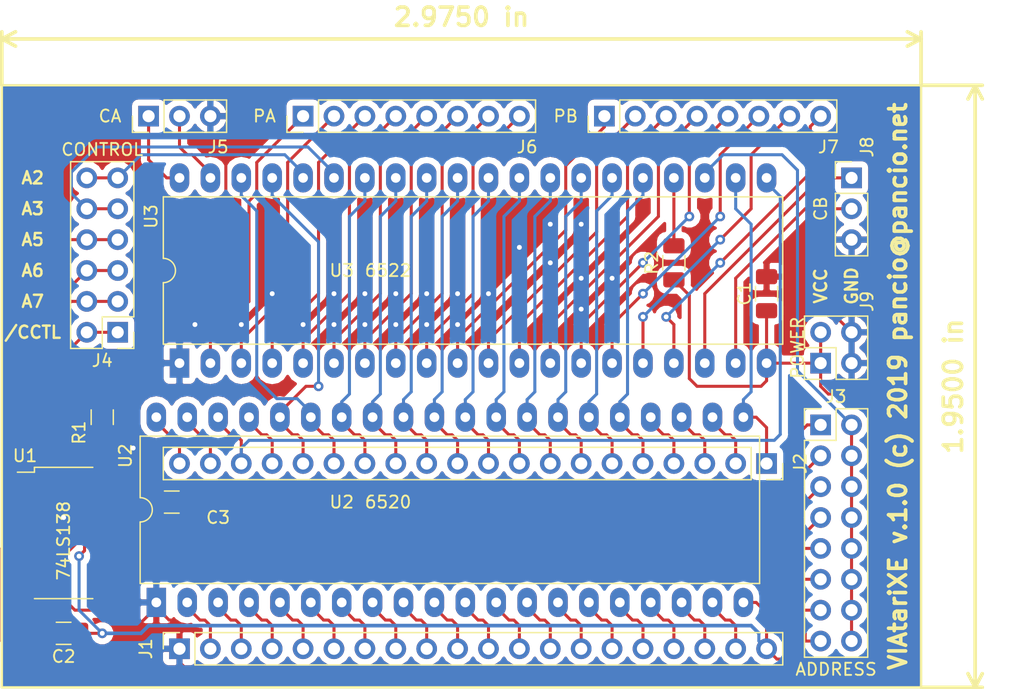
<source format=kicad_pcb>
(kicad_pcb (version 20171130) (host pcbnew 5.0.2-bee76a0~70~ubuntu16.04.1)
  (layers (0 F.Cu signal) (31 B.Cu signal) (34 B.Paste user) (35 F.Paste user) (36 B.SilkS user) (37 F.SilkS user) (38 B.Mask user) (39 F.Mask user hide) (44 Edge.Cuts user))
  (net 0 "")
  (net 1 GND)
  (net 2 PA0)
  (net 3 PA1)
  (net 4 PA2)
  (net 5 PA3)
  (net 6 PA4)
  (net 7 PA5)
  (net 8 PA6)
  (net 9 PA7)
  (net 10 PB0)
  (net 11 PB1)
  (net 12 PB2)
  (net 13 PB3)
  (net 14 PB4)
  (net 15 PB5)
  (net 16 PB6)
  (net 17 PB7)
  (net 18 CB1)
  (net 19 CB2)
  (net 20 VCC)
  (net 21 CA1)
  (net 22 CA2)
  (net 23 /IRQA)
  (net 24 /IRQB)
  (net 25 /RESET)
  (net 26 D0)
  (net 27 D1)
  (net 28 D2)
  (net 29 D3)
  (net 30 D4)
  (net 31 D5)
  (net 32 D6)
  (net 33 D7)
  (net 34 O2)
  (net 35 CS1)
  (net 36 /CS2B)
  (net 37 CS0)
  (net 38 R/W)
  (net 39 VIAPA0)
  (net 40 VIAPA1)
  (net 41 VIAPA2)
  (net 42 VIAPA3)
  (net 43 VIAPA4)
  (net 44 VIAPA5)
  (net 45 VIAPA6)
  (net 46 VIAPA7)
  (net 47 VIAPB0)
  (net 48 VIAPB1)
  (net 49 VIAPB2)
  (net 50 VIAPB3)
  (net 51 VIAPB4)
  (net 52 VIAPB5)
  (net 53 VIAPB6)
  (net 54 VIAPB7)
  (net 55 VIACB1)
  (net 56 VIACB2)
  (net 57 VIACA2)
  (net 58 VIACA1)
  (net 59 "Net-(R1-Pad2)")
  (net 60 /CCTL)
  (net 61 /A7)
  (net 62 /A6)
  (net 63 /A5)
  (net 64 A1)
  (net 65 A0)
  (net 66 /D500)
  (net 67 /VIACS2)
  (net 68 /D540)
  (net 69 /D560)
  (net 70 /D580)
  (net 71 /D5A0)
  (net 72 /D5C0)
  (net 73 /D5E0)
  (net 74 A3)
  (net 75 A2)
  (net 76 /D520)
  (net 77 VIACS1)
  (module Package_DIP:DIP-40_W15.24mm_LongPads (layer F.Cu) (at 45.085 92.075 90)
    (fp_text reference U2 (at 12.065 -2.54 90) (layer F.SilkS))
    (fp_text value 6520 (at 8.255 19.05 180) (layer F.SilkS))
    (fp_text user %R (at 8.255 15.24 180) (layer F.SilkS))
    (pad 40 thru_hole oval (at 15.24 0 90) (size 2.4 1.6) (drill 0.8) (layers *.Cu *.Mask) (net 21 CA1))
    (pad 20 thru_hole oval (at 0 48.26 90) (size 2.4 1.6) (drill 0.8) (layers *.Cu *.Mask) (net 20 VCC))
    (pad 39 thru_hole oval (at 15.24 2.54 90) (size 2.4 1.6) (drill 0.8) (layers *.Cu *.Mask) (net 22 CA2))
    (pad 19 thru_hole oval (at 0 45.72 90) (size 2.4 1.6) (drill 0.8) (layers *.Cu *.Mask) (net 19 CB2))
    (pad 38 thru_hole oval (at 15.24 5.08 90) (size 2.4 1.6) (drill 0.8) (layers *.Cu *.Mask) (net 23 /IRQA))
    (pad 18 thru_hole oval (at 0 43.18 90) (size 2.4 1.6) (drill 0.8) (layers *.Cu *.Mask) (net 18 CB1))
    (pad 37 thru_hole oval (at 15.24 7.62 90) (size 2.4 1.6) (drill 0.8) (layers *.Cu *.Mask) (net 24 /IRQB))
    (pad 17 thru_hole oval (at 0 40.64 90) (size 2.4 1.6) (drill 0.8) (layers *.Cu *.Mask) (net 17 PB7))
    (pad 36 thru_hole oval (at 15.24 10.16 90) (size 2.4 1.6) (drill 0.8) (layers *.Cu *.Mask) (net 64 A1))
    (pad 16 thru_hole oval (at 0 38.1 90) (size 2.4 1.6) (drill 0.8) (layers *.Cu *.Mask) (net 16 PB6))
    (pad 35 thru_hole oval (at 15.24 12.7 90) (size 2.4 1.6) (drill 0.8) (layers *.Cu *.Mask) (net 65 A0))
    (pad 15 thru_hole oval (at 0 35.56 90) (size 2.4 1.6) (drill 0.8) (layers *.Cu *.Mask) (net 15 PB5))
    (pad 34 thru_hole oval (at 15.24 15.24 90) (size 2.4 1.6) (drill 0.8) (layers *.Cu *.Mask) (net 25 /RESET))
    (pad 14 thru_hole oval (at 0 33.02 90) (size 2.4 1.6) (drill 0.8) (layers *.Cu *.Mask) (net 14 PB4))
    (pad 33 thru_hole oval (at 15.24 17.78 90) (size 2.4 1.6) (drill 0.8) (layers *.Cu *.Mask) (net 26 D0))
    (pad 13 thru_hole oval (at 0 30.48 90) (size 2.4 1.6) (drill 0.8) (layers *.Cu *.Mask) (net 13 PB3))
    (pad 32 thru_hole oval (at 15.24 20.32 90) (size 2.4 1.6) (drill 0.8) (layers *.Cu *.Mask) (net 27 D1))
    (pad 12 thru_hole oval (at 0 27.94 90) (size 2.4 1.6) (drill 0.8) (layers *.Cu *.Mask) (net 12 PB2))
    (pad 31 thru_hole oval (at 15.24 22.86 90) (size 2.4 1.6) (drill 0.8) (layers *.Cu *.Mask) (net 28 D2))
    (pad 11 thru_hole oval (at 0 25.4 90) (size 2.4 1.6) (drill 0.8) (layers *.Cu *.Mask) (net 11 PB1))
    (pad 30 thru_hole oval (at 15.24 25.4 90) (size 2.4 1.6) (drill 0.8) (layers *.Cu *.Mask) (net 29 D3))
    (pad 10 thru_hole oval (at 0 22.86 90) (size 2.4 1.6) (drill 0.8) (layers *.Cu *.Mask) (net 10 PB0))
    (pad 29 thru_hole oval (at 15.24 27.94 90) (size 2.4 1.6) (drill 0.8) (layers *.Cu *.Mask) (net 30 D4))
    (pad 9 thru_hole oval (at 0 20.32 90) (size 2.4 1.6) (drill 0.8) (layers *.Cu *.Mask) (net 9 PA7))
    (pad 28 thru_hole oval (at 15.24 30.48 90) (size 2.4 1.6) (drill 0.8) (layers *.Cu *.Mask) (net 31 D5))
    (pad 8 thru_hole oval (at 0 17.78 90) (size 2.4 1.6) (drill 0.8) (layers *.Cu *.Mask) (net 8 PA6))
    (pad 27 thru_hole oval (at 15.24 33.02 90) (size 2.4 1.6) (drill 0.8) (layers *.Cu *.Mask) (net 32 D6))
    (pad 7 thru_hole oval (at 0 15.24 90) (size 2.4 1.6) (drill 0.8) (layers *.Cu *.Mask) (net 7 PA5))
    (pad 26 thru_hole oval (at 15.24 35.56 90) (size 2.4 1.6) (drill 0.8) (layers *.Cu *.Mask) (net 33 D7))
    (pad 6 thru_hole oval (at 0 12.7 90) (size 2.4 1.6) (drill 0.8) (layers *.Cu *.Mask) (net 6 PA4))
    (pad 25 thru_hole oval (at 15.24 38.1 90) (size 2.4 1.6) (drill 0.8) (layers *.Cu *.Mask) (net 34 O2))
    (pad 5 thru_hole oval (at 0 10.16 90) (size 2.4 1.6) (drill 0.8) (layers *.Cu *.Mask) (net 5 PA3))
    (pad 24 thru_hole oval (at 15.24 40.64 90) (size 2.4 1.6) (drill 0.8) (layers *.Cu *.Mask) (net 35 CS1))
    (pad 4 thru_hole oval (at 0 7.62 90) (size 2.4 1.6) (drill 0.8) (layers *.Cu *.Mask) (net 4 PA2))
    (pad 23 thru_hole oval (at 15.24 43.18 90) (size 2.4 1.6) (drill 0.8) (layers *.Cu *.Mask) (net 36 /CS2B))
    (pad 3 thru_hole oval (at 0 5.08 90) (size 2.4 1.6) (drill 0.8) (layers *.Cu *.Mask) (net 3 PA1))
    (pad 22 thru_hole oval (at 15.24 45.72 90) (size 2.4 1.6) (drill 0.8) (layers *.Cu *.Mask) (net 37 CS0))
    (pad 2 thru_hole oval (at 0 2.54 90) (size 2.4 1.6) (drill 0.8) (layers *.Cu *.Mask) (net 2 PA0))
    (pad 21 thru_hole oval (at 15.24 48.26 90) (size 2.4 1.6) (drill 0.8) (layers *.Cu *.Mask) (net 38 R/W))
    (pad 1 thru_hole rect (at 0 0 90) (size 2.4 1.6) (drill 0.8) (layers *.Cu *.Mask) (net 1 GND))
  )
  (module Package_DIP:DIP-40_W15.24mm_LongPads (layer F.Cu) (at 46.99 72.39 90)
    (fp_text reference U3 (at 12.065 -2.33 90) (layer F.SilkS))
    (fp_text value 6522 (at 7.62 17.145 180) (layer F.SilkS))
    (fp_text user %R (at 7.62 13.335 180) (layer F.SilkS))
    (pad 1 thru_hole rect (at 0 0 90) (size 2.4 1.6) (drill 0.8) (layers *.Cu *.Mask) (net 1 GND))
    (pad 21 thru_hole oval (at 15.24 48.26 90) (size 2.4 1.6) (drill 0.8) (layers *.Cu *.Mask) (net 23 /IRQA))
    (pad 2 thru_hole oval (at 0 2.54 90) (size 2.4 1.6) (drill 0.8) (layers *.Cu *.Mask) (net 39 VIAPA0))
    (pad 22 thru_hole oval (at 15.24 45.72 90) (size 2.4 1.6) (drill 0.8) (layers *.Cu *.Mask) (net 38 R/W))
    (pad 3 thru_hole oval (at 0 5.08 90) (size 2.4 1.6) (drill 0.8) (layers *.Cu *.Mask) (net 40 VIAPA1))
    (pad 23 thru_hole oval (at 15.24 43.18 90) (size 2.4 1.6) (drill 0.8) (layers *.Cu *.Mask) (net 67 /VIACS2))
    (pad 4 thru_hole oval (at 0 7.62 90) (size 2.4 1.6) (drill 0.8) (layers *.Cu *.Mask) (net 41 VIAPA2))
    (pad 24 thru_hole oval (at 15.24 40.64 90) (size 2.4 1.6) (drill 0.8) (layers *.Cu *.Mask) (net 77 VIACS1))
    (pad 5 thru_hole oval (at 0 10.16 90) (size 2.4 1.6) (drill 0.8) (layers *.Cu *.Mask) (net 42 VIAPA3))
    (pad 25 thru_hole oval (at 15.24 38.1 90) (size 2.4 1.6) (drill 0.8) (layers *.Cu *.Mask) (net 34 O2))
    (pad 6 thru_hole oval (at 0 12.7 90) (size 2.4 1.6) (drill 0.8) (layers *.Cu *.Mask) (net 43 VIAPA4))
    (pad 26 thru_hole oval (at 15.24 35.56 90) (size 2.4 1.6) (drill 0.8) (layers *.Cu *.Mask) (net 33 D7))
    (pad 7 thru_hole oval (at 0 15.24 90) (size 2.4 1.6) (drill 0.8) (layers *.Cu *.Mask) (net 44 VIAPA5))
    (pad 27 thru_hole oval (at 15.24 33.02 90) (size 2.4 1.6) (drill 0.8) (layers *.Cu *.Mask) (net 32 D6))
    (pad 8 thru_hole oval (at 0 17.78 90) (size 2.4 1.6) (drill 0.8) (layers *.Cu *.Mask) (net 45 VIAPA6))
    (pad 28 thru_hole oval (at 15.24 30.48 90) (size 2.4 1.6) (drill 0.8) (layers *.Cu *.Mask) (net 31 D5))
    (pad 9 thru_hole oval (at 0 20.32 90) (size 2.4 1.6) (drill 0.8) (layers *.Cu *.Mask) (net 46 VIAPA7))
    (pad 29 thru_hole oval (at 15.24 27.94 90) (size 2.4 1.6) (drill 0.8) (layers *.Cu *.Mask) (net 30 D4))
    (pad 10 thru_hole oval (at 0 22.86 90) (size 2.4 1.6) (drill 0.8) (layers *.Cu *.Mask) (net 47 VIAPB0))
    (pad 30 thru_hole oval (at 15.24 25.4 90) (size 2.4 1.6) (drill 0.8) (layers *.Cu *.Mask) (net 29 D3))
    (pad 11 thru_hole oval (at 0 25.4 90) (size 2.4 1.6) (drill 0.8) (layers *.Cu *.Mask) (net 48 VIAPB1))
    (pad 31 thru_hole oval (at 15.24 22.86 90) (size 2.4 1.6) (drill 0.8) (layers *.Cu *.Mask) (net 28 D2))
    (pad 12 thru_hole oval (at 0 27.94 90) (size 2.4 1.6) (drill 0.8) (layers *.Cu *.Mask) (net 49 VIAPB2))
    (pad 32 thru_hole oval (at 15.24 20.32 90) (size 2.4 1.6) (drill 0.8) (layers *.Cu *.Mask) (net 27 D1))
    (pad 13 thru_hole oval (at 0 30.48 90) (size 2.4 1.6) (drill 0.8) (layers *.Cu *.Mask) (net 50 VIAPB3))
    (pad 33 thru_hole oval (at 15.24 17.78 90) (size 2.4 1.6) (drill 0.8) (layers *.Cu *.Mask) (net 26 D0))
    (pad 14 thru_hole oval (at 0 33.02 90) (size 2.4 1.6) (drill 0.8) (layers *.Cu *.Mask) (net 51 VIAPB4))
    (pad 34 thru_hole oval (at 15.24 15.24 90) (size 2.4 1.6) (drill 0.8) (layers *.Cu *.Mask) (net 25 /RESET))
    (pad 15 thru_hole oval (at 0 35.56 90) (size 2.4 1.6) (drill 0.8) (layers *.Cu *.Mask) (net 52 VIAPB5))
    (pad 35 thru_hole oval (at 15.24 12.7 90) (size 2.4 1.6) (drill 0.8) (layers *.Cu *.Mask) (net 74 A3))
    (pad 16 thru_hole oval (at 0 38.1 90) (size 2.4 1.6) (drill 0.8) (layers *.Cu *.Mask) (net 53 VIAPB6))
    (pad 36 thru_hole oval (at 15.24 10.16 90) (size 2.4 1.6) (drill 0.8) (layers *.Cu *.Mask) (net 75 A2))
    (pad 17 thru_hole oval (at 0 40.64 90) (size 2.4 1.6) (drill 0.8) (layers *.Cu *.Mask) (net 54 VIAPB7))
    (pad 37 thru_hole oval (at 15.24 7.62 90) (size 2.4 1.6) (drill 0.8) (layers *.Cu *.Mask) (net 64 A1))
    (pad 18 thru_hole oval (at 0 43.18 90) (size 2.4 1.6) (drill 0.8) (layers *.Cu *.Mask) (net 55 VIACB1))
    (pad 38 thru_hole oval (at 15.24 5.08 90) (size 2.4 1.6) (drill 0.8) (layers *.Cu *.Mask) (net 65 A0))
    (pad 19 thru_hole oval (at 0 45.72 90) (size 2.4 1.6) (drill 0.8) (layers *.Cu *.Mask) (net 56 VIACB2))
    (pad 39 thru_hole oval (at 15.24 2.54 90) (size 2.4 1.6) (drill 0.8) (layers *.Cu *.Mask) (net 57 VIACA2))
    (pad 20 thru_hole oval (at 0 48.26 90) (size 2.4 1.6) (drill 0.8) (layers *.Cu *.Mask) (net 20 VCC))
    (pad 40 thru_hole oval (at 15.24 0 90) (size 2.4 1.6) (drill 0.8) (layers *.Cu *.Mask) (net 58 VIACA1))
  )
  (module Connector_PinSocket_2.54mm:PinSocket_1x20_P2.54mm_Vertical (layer F.Cu) (at 46.99 95.885 90)
    (fp_text reference J1 (at 0 -2.77 90) (layer F.SilkS))
    (fp_text value PIA_1-20)
    (pad 1 thru_hole rect (at 0 0 90) (size 1.7 1.7) (drill 1) (layers *.Cu *.Mask) (net 1 GND))
    (pad 2 thru_hole oval (at 0 2.54 90) (size 1.7 1.7) (drill 1) (layers *.Cu *.Mask) (net 2 PA0))
    (pad 3 thru_hole oval (at 0 5.08 90) (size 1.7 1.7) (drill 1) (layers *.Cu *.Mask) (net 3 PA1))
    (pad 4 thru_hole oval (at 0 7.62 90) (size 1.7 1.7) (drill 1) (layers *.Cu *.Mask) (net 4 PA2))
    (pad 5 thru_hole oval (at 0 10.16 90) (size 1.7 1.7) (drill 1) (layers *.Cu *.Mask) (net 5 PA3))
    (pad 6 thru_hole oval (at 0 12.7 90) (size 1.7 1.7) (drill 1) (layers *.Cu *.Mask) (net 6 PA4))
    (pad 7 thru_hole oval (at 0 15.24 90) (size 1.7 1.7) (drill 1) (layers *.Cu *.Mask) (net 7 PA5))
    (pad 8 thru_hole oval (at 0 17.78 90) (size 1.7 1.7) (drill 1) (layers *.Cu *.Mask) (net 8 PA6))
    (pad 9 thru_hole oval (at 0 20.32 90) (size 1.7 1.7) (drill 1) (layers *.Cu *.Mask) (net 9 PA7))
    (pad 10 thru_hole oval (at 0 22.86 90) (size 1.7 1.7) (drill 1) (layers *.Cu *.Mask) (net 10 PB0))
    (pad 11 thru_hole oval (at 0 25.4 90) (size 1.7 1.7) (drill 1) (layers *.Cu *.Mask) (net 11 PB1))
    (pad 12 thru_hole oval (at 0 27.94 90) (size 1.7 1.7) (drill 1) (layers *.Cu *.Mask) (net 12 PB2))
    (pad 13 thru_hole oval (at 0 30.48 90) (size 1.7 1.7) (drill 1) (layers *.Cu *.Mask) (net 13 PB3))
    (pad 14 thru_hole oval (at 0 33.02 90) (size 1.7 1.7) (drill 1) (layers *.Cu *.Mask) (net 14 PB4))
    (pad 15 thru_hole oval (at 0 35.56 90) (size 1.7 1.7) (drill 1) (layers *.Cu *.Mask) (net 15 PB5))
    (pad 16 thru_hole oval (at 0 38.1 90) (size 1.7 1.7) (drill 1) (layers *.Cu *.Mask) (net 16 PB6))
    (pad 17 thru_hole oval (at 0 40.64 90) (size 1.7 1.7) (drill 1) (layers *.Cu *.Mask) (net 17 PB7))
    (pad 18 thru_hole oval (at 0 43.18 90) (size 1.7 1.7) (drill 1) (layers *.Cu *.Mask) (net 18 CB1))
    (pad 19 thru_hole oval (at 0 45.72 90) (size 1.7 1.7) (drill 1) (layers *.Cu *.Mask) (net 19 CB2))
    (pad 20 thru_hole oval (at 0 48.26 90) (size 1.7 1.7) (drill 1) (layers *.Cu *.Mask) (net 20 VCC))
  )
  (module Connector_PinSocket_2.54mm:PinSocket_1x20_P2.54mm_Vertical (layer F.Cu) (at 95.25 80.645 270)
    (fp_text reference J2 (at 0 -2.77 270) (layer F.SilkS))
    (fp_text value PIA_21-40)
    (pad 20 thru_hole oval (at 0 48.26 270) (size 1.7 1.7) (drill 1) (layers *.Cu *.Mask) (net 21 CA1))
    (pad 19 thru_hole oval (at 0 45.72 270) (size 1.7 1.7) (drill 1) (layers *.Cu *.Mask) (net 22 CA2))
    (pad 18 thru_hole oval (at 0 43.18 270) (size 1.7 1.7) (drill 1) (layers *.Cu *.Mask) (net 23 /IRQA))
    (pad 17 thru_hole oval (at 0 40.64 270) (size 1.7 1.7) (drill 1) (layers *.Cu *.Mask) (net 24 /IRQB))
    (pad 16 thru_hole oval (at 0 38.1 270) (size 1.7 1.7) (drill 1) (layers *.Cu *.Mask) (net 64 A1))
    (pad 15 thru_hole oval (at 0 35.56 270) (size 1.7 1.7) (drill 1) (layers *.Cu *.Mask) (net 65 A0))
    (pad 14 thru_hole oval (at 0 33.02 270) (size 1.7 1.7) (drill 1) (layers *.Cu *.Mask) (net 25 /RESET))
    (pad 13 thru_hole oval (at 0 30.48 270) (size 1.7 1.7) (drill 1) (layers *.Cu *.Mask) (net 26 D0))
    (pad 12 thru_hole oval (at 0 27.94 270) (size 1.7 1.7) (drill 1) (layers *.Cu *.Mask) (net 27 D1))
    (pad 11 thru_hole oval (at 0 25.4 270) (size 1.7 1.7) (drill 1) (layers *.Cu *.Mask) (net 28 D2))
    (pad 10 thru_hole oval (at 0 22.86 270) (size 1.7 1.7) (drill 1) (layers *.Cu *.Mask) (net 29 D3))
    (pad 9 thru_hole oval (at 0 20.32 270) (size 1.7 1.7) (drill 1) (layers *.Cu *.Mask) (net 30 D4))
    (pad 8 thru_hole oval (at 0 17.78 270) (size 1.7 1.7) (drill 1) (layers *.Cu *.Mask) (net 31 D5))
    (pad 7 thru_hole oval (at 0 15.24 270) (size 1.7 1.7) (drill 1) (layers *.Cu *.Mask) (net 32 D6))
    (pad 6 thru_hole oval (at 0 12.7 270) (size 1.7 1.7) (drill 1) (layers *.Cu *.Mask) (net 33 D7))
    (pad 5 thru_hole oval (at 0 10.16 270) (size 1.7 1.7) (drill 1) (layers *.Cu *.Mask) (net 34 O2))
    (pad 4 thru_hole oval (at 0 7.62 270) (size 1.7 1.7) (drill 1) (layers *.Cu *.Mask) (net 35 CS1))
    (pad 3 thru_hole oval (at 0 5.08 270) (size 1.7 1.7) (drill 1) (layers *.Cu *.Mask) (net 36 /CS2B))
    (pad 2 thru_hole oval (at 0 2.54 270) (size 1.7 1.7) (drill 1) (layers *.Cu *.Mask) (net 37 CS0))
    (pad 1 thru_hole rect (at 0 0 270) (size 1.7 1.7) (drill 1) (layers *.Cu *.Mask) (net 38 R/W))
  )
  (module Connector_PinHeader_2.54mm:PinHeader_2x08_P2.54mm_Vertical (layer F.Cu) (at 99.695 77.47)
    (fp_text reference J3 (at 1.27 -2.33) (layer F.SilkS))
    (fp_text value ADDRESS (at 1.27 20.11) (layer F.SilkS))
    (pad 1 thru_hole rect (at 0 0) (size 1.7 1.7) (drill 1) (layers *.Cu *.Mask) (net 66 /D500))
    (pad 2 thru_hole oval (at 2.54 0) (size 1.7 1.7) (drill 1) (layers *.Cu *.Mask) (net 67 /VIACS2))
    (pad 3 thru_hole oval (at 0 2.54) (size 1.7 1.7) (drill 1) (layers *.Cu *.Mask) (net 76 /D520))
    (pad 4 thru_hole oval (at 2.54 2.54) (size 1.7 1.7) (drill 1) (layers *.Cu *.Mask) (net 67 /VIACS2))
    (pad 5 thru_hole oval (at 0 5.08) (size 1.7 1.7) (drill 1) (layers *.Cu *.Mask) (net 68 /D540))
    (pad 6 thru_hole oval (at 2.54 5.08) (size 1.7 1.7) (drill 1) (layers *.Cu *.Mask) (net 67 /VIACS2))
    (pad 7 thru_hole oval (at 0 7.62) (size 1.7 1.7) (drill 1) (layers *.Cu *.Mask) (net 69 /D560))
    (pad 8 thru_hole oval (at 2.54 7.62) (size 1.7 1.7) (drill 1) (layers *.Cu *.Mask) (net 67 /VIACS2))
    (pad 9 thru_hole oval (at 0 10.16) (size 1.7 1.7) (drill 1) (layers *.Cu *.Mask) (net 70 /D580))
    (pad 10 thru_hole oval (at 2.54 10.16) (size 1.7 1.7) (drill 1) (layers *.Cu *.Mask) (net 67 /VIACS2))
    (pad 11 thru_hole oval (at 0 12.7) (size 1.7 1.7) (drill 1) (layers *.Cu *.Mask) (net 71 /D5A0))
    (pad 12 thru_hole oval (at 2.54 12.7) (size 1.7 1.7) (drill 1) (layers *.Cu *.Mask) (net 67 /VIACS2))
    (pad 13 thru_hole oval (at 0 15.24) (size 1.7 1.7) (drill 1) (layers *.Cu *.Mask) (net 72 /D5C0))
    (pad 14 thru_hole oval (at 2.54 15.24) (size 1.7 1.7) (drill 1) (layers *.Cu *.Mask) (net 67 /VIACS2))
    (pad 15 thru_hole oval (at 0 17.78) (size 1.7 1.7) (drill 1) (layers *.Cu *.Mask) (net 73 /D5E0))
    (pad 16 thru_hole oval (at 2.54 17.78) (size 1.7 1.7) (drill 1) (layers *.Cu *.Mask) (net 67 /VIACS2))
  )
  (module Capacitor_SMD:C_1206_3216Metric (layer F.Cu) (at 95.25 66.675 90)
    (fp_text reference C1 (at 0 -1.82 90) (layer F.SilkS))
    (fp_text value 100n)
    (pad 1 smd roundrect (at -1.4 0 90) (size 1.25 1.75) (layers F.Cu F.Paste F.Mask) (roundrect_rratio 0.2) (net 20 VCC))
    (pad 2 smd roundrect (at 1.4 0 90) (size 1.25 1.75) (layers F.Cu F.Paste F.Mask) (roundrect_rratio 0.2) (net 1 GND))
  )
  (module Capacitor_SMD:C_1206_3216Metric (layer F.Cu) (at 37.465 94.615 180)
    (fp_text reference C2 (at 0 -1.905 180) (layer F.SilkS))
    (fp_text value 100n)
    (pad 2 smd roundrect (at 1.4 0 180) (size 1.25 1.75) (layers F.Cu F.Paste F.Mask) (roundrect_rratio 0.2) (net 1 GND))
    (pad 1 smd roundrect (at -1.4 0 180) (size 1.25 1.75) (layers F.Cu F.Paste F.Mask) (roundrect_rratio 0.2) (net 20 VCC))
  )
  (module Capacitor_SMD:C_1206_3216Metric (layer F.Cu) (at 46.355 83.82)
    (fp_text reference C3 (at 3.81 1.27) (layer F.SilkS))
    (fp_text value 100n)
    (pad 1 smd roundrect (at -1.4 0) (size 1.25 1.75) (layers F.Cu F.Paste F.Mask) (roundrect_rratio 0.2) (net 20 VCC))
    (pad 2 smd roundrect (at 1.4 0) (size 1.25 1.75) (layers F.Cu F.Paste F.Mask) (roundrect_rratio 0.2) (net 1 GND))
  )
  (module Resistor_SMD:R_1206_3216Metric (layer F.Cu) (at 40.64 76.835 90)
    (fp_text reference R1 (at -1.27 -1.905 90) (layer F.SilkS))
    (fp_text value 1k)
    (pad 1 smd roundrect (at -1.4 0 90) (size 1.25 1.75) (layers F.Cu F.Paste F.Mask) (roundrect_rratio 0.2) (net 20 VCC))
    (pad 2 smd roundrect (at 1.4 0 90) (size 1.25 1.75) (layers F.Cu F.Paste F.Mask) (roundrect_rratio 0.2) (net 59 "Net-(R1-Pad2)"))
  )
  (module Connector_PinHeader_2.54mm:PinHeader_1x03_P2.54mm_Vertical (layer F.Cu) (at 44.45 52.07 90)
    (fp_text reference J5 (at -2.54 5.715 180) (layer F.SilkS))
    (fp_text value CA (at 0 -3.175 180) (layer F.SilkS))
    (pad 1 thru_hole rect (at 0 0 90) (size 1.7 1.7) (drill 1) (layers *.Cu *.Mask) (net 58 VIACA1))
    (pad 2 thru_hole oval (at 0 2.54 90) (size 1.7 1.7) (drill 1) (layers *.Cu *.Mask) (net 57 VIACA2))
    (pad 3 thru_hole oval (at 0 5.08 90) (size 1.7 1.7) (drill 1) (layers *.Cu *.Mask) (net 1 GND))
  )
  (module Connector_PinHeader_2.54mm:PinHeader_1x08_P2.54mm_Vertical (layer F.Cu) (at 57.15 52.07 90)
    (fp_text reference J6 (at -2.54 18.415 180) (layer F.SilkS))
    (fp_text value PA (at 0 -3.175 180) (layer F.SilkS))
    (pad 1 thru_hole rect (at 0 0 90) (size 1.7 1.7) (drill 1) (layers *.Cu *.Mask) (net 39 VIAPA0))
    (pad 2 thru_hole oval (at 0 2.54 90) (size 1.7 1.7) (drill 1) (layers *.Cu *.Mask) (net 40 VIAPA1))
    (pad 3 thru_hole oval (at 0 5.08 90) (size 1.7 1.7) (drill 1) (layers *.Cu *.Mask) (net 41 VIAPA2))
    (pad 4 thru_hole oval (at 0 7.62 90) (size 1.7 1.7) (drill 1) (layers *.Cu *.Mask) (net 42 VIAPA3))
    (pad 5 thru_hole oval (at 0 10.16 90) (size 1.7 1.7) (drill 1) (layers *.Cu *.Mask) (net 43 VIAPA4))
    (pad 6 thru_hole oval (at 0 12.7 90) (size 1.7 1.7) (drill 1) (layers *.Cu *.Mask) (net 44 VIAPA5))
    (pad 7 thru_hole oval (at 0 15.24 90) (size 1.7 1.7) (drill 1) (layers *.Cu *.Mask) (net 45 VIAPA6))
    (pad 8 thru_hole oval (at 0 17.78 90) (size 1.7 1.7) (drill 1) (layers *.Cu *.Mask) (net 46 VIAPA7))
  )
  (module Connector_PinHeader_2.54mm:PinHeader_1x08_P2.54mm_Vertical (layer F.Cu) (at 81.915 52.07 90)
    (fp_text reference J7 (at -2.54 18.415 180) (layer F.SilkS))
    (fp_text value PB (at 0 -3.175 180) (layer F.SilkS))
    (pad 8 thru_hole oval (at 0 17.78 90) (size 1.7 1.7) (drill 1) (layers *.Cu *.Mask) (net 54 VIAPB7))
    (pad 7 thru_hole oval (at 0 15.24 90) (size 1.7 1.7) (drill 1) (layers *.Cu *.Mask) (net 53 VIAPB6))
    (pad 6 thru_hole oval (at 0 12.7 90) (size 1.7 1.7) (drill 1) (layers *.Cu *.Mask) (net 52 VIAPB5))
    (pad 5 thru_hole oval (at 0 10.16 90) (size 1.7 1.7) (drill 1) (layers *.Cu *.Mask) (net 51 VIAPB4))
    (pad 4 thru_hole oval (at 0 7.62 90) (size 1.7 1.7) (drill 1) (layers *.Cu *.Mask) (net 50 VIAPB3))
    (pad 3 thru_hole oval (at 0 5.08 90) (size 1.7 1.7) (drill 1) (layers *.Cu *.Mask) (net 49 VIAPB2))
    (pad 2 thru_hole oval (at 0 2.54 90) (size 1.7 1.7) (drill 1) (layers *.Cu *.Mask) (net 48 VIAPB1))
    (pad 1 thru_hole rect (at 0 0 90) (size 1.7 1.7) (drill 1) (layers *.Cu *.Mask) (net 47 VIAPB0))
  )
  (module Connector_PinHeader_2.54mm:PinHeader_1x03_P2.54mm_Vertical (layer F.Cu) (at 102.235 57.15)
    (fp_text reference J8 (at 1.27 -2.54 90) (layer F.SilkS))
    (fp_text value CB (at -2.54 2.54 90) (layer F.SilkS))
    (pad 3 thru_hole oval (at 0 5.08) (size 1.7 1.7) (drill 1) (layers *.Cu *.Mask) (net 1 GND))
    (pad 2 thru_hole oval (at 0 2.54) (size 1.7 1.7) (drill 1) (layers *.Cu *.Mask) (net 56 VIACB2))
    (pad 1 thru_hole rect (at 0 0) (size 1.7 1.7) (drill 1) (layers *.Cu *.Mask) (net 55 VIACB1))
  )
  (module Package_SO:SOP-16_4.4x10.4mm_P1.27mm (layer F.Cu) (at 37.465 86.36)
    (fp_text reference U1 (at -3.175 -6.35) (layer F.SilkS))
    (fp_text value 74LS138 (at 0 0.635 90) (layer F.SilkS))
    (pad 1 smd rect (at -3.15 -4.45) (size 1.3 0.8) (layers F.Cu F.Paste F.Mask) (net 63 /A5))
    (pad 2 smd rect (at -3.15 -3.17) (size 1.3 0.8) (layers F.Cu F.Paste F.Mask) (net 62 /A6))
    (pad 3 smd rect (at -3.15 -1.91) (size 1.3 0.8) (layers F.Cu F.Paste F.Mask) (net 61 /A7))
    (pad 4 smd rect (at -3.15 -0.64) (size 1.3 0.8) (layers F.Cu F.Paste F.Mask) (net 60 /CCTL))
    (pad 5 smd rect (at -3.15 0.64) (size 1.3 0.8) (layers F.Cu F.Paste F.Mask) (net 1 GND))
    (pad 6 smd rect (at -3.15 1.91) (size 1.3 0.8) (layers F.Cu F.Paste F.Mask) (net 59 "Net-(R1-Pad2)"))
    (pad 7 smd rect (at -3.15 3.17) (size 1.3 0.8) (layers F.Cu F.Paste F.Mask) (net 73 /D5E0))
    (pad 8 smd rect (at -3.15 4.45) (size 1.3 0.8) (layers F.Cu F.Paste F.Mask) (net 1 GND))
    (pad 9 smd rect (at 3.15 4.45) (size 1.3 0.8) (layers F.Cu F.Paste F.Mask) (net 72 /D5C0))
    (pad 10 smd rect (at 3.15 3.17) (size 1.3 0.8) (layers F.Cu F.Paste F.Mask) (net 71 /D5A0))
    (pad 11 smd rect (at 3.15 1.91) (size 1.3 0.8) (layers F.Cu F.Paste F.Mask) (net 70 /D580))
    (pad 12 smd rect (at 3.15 0.64) (size 1.3 0.8) (layers F.Cu F.Paste F.Mask) (net 69 /D560))
    (pad 13 smd rect (at 3.15 -0.64) (size 1.3 0.8) (layers F.Cu F.Paste F.Mask) (net 68 /D540))
    (pad 14 smd rect (at 3.15 -1.91) (size 1.3 0.8) (layers F.Cu F.Paste F.Mask) (net 76 /D520))
    (pad 15 smd rect (at 3.15 -3.17) (size 1.3 0.8) (layers F.Cu F.Paste F.Mask) (net 66 /D500))
    (pad 16 smd rect (at 3.15 -4.45) (size 1.3 0.8) (layers F.Cu F.Paste F.Mask) (net 20 VCC))
  )
  (module Connector_PinHeader_2.54mm:PinHeader_2x06_P2.54mm_Vertical (layer F.Cu) (at 41.91 69.85 180)
    (fp_text reference J4 (at 1.27 -2.33 180) (layer F.SilkS))
    (fp_text value CONTROL (at 1.27 15.03 180) (layer F.SilkS))
    (pad 1 thru_hole rect (at 0 0 180) (size 1.7 1.7) (drill 1) (layers *.Cu *.Mask) (net 60 /CCTL))
    (pad 2 thru_hole oval (at 2.54 0 180) (size 1.7 1.7) (drill 1) (layers *.Cu *.Mask) (net 60 /CCTL))
    (pad 3 thru_hole oval (at 0 2.54 180) (size 1.7 1.7) (drill 1) (layers *.Cu *.Mask) (net 61 /A7))
    (pad 4 thru_hole oval (at 2.54 2.54 180) (size 1.7 1.7) (drill 1) (layers *.Cu *.Mask) (net 61 /A7))
    (pad 5 thru_hole oval (at 0 5.08 180) (size 1.7 1.7) (drill 1) (layers *.Cu *.Mask) (net 62 /A6))
    (pad 6 thru_hole oval (at 2.54 5.08 180) (size 1.7 1.7) (drill 1) (layers *.Cu *.Mask) (net 62 /A6))
    (pad 7 thru_hole oval (at 0 7.62 180) (size 1.7 1.7) (drill 1) (layers *.Cu *.Mask) (net 63 /A5))
    (pad 8 thru_hole oval (at 2.54 7.62 180) (size 1.7 1.7) (drill 1) (layers *.Cu *.Mask) (net 63 /A5))
    (pad 9 thru_hole oval (at 0 10.16 180) (size 1.7 1.7) (drill 1) (layers *.Cu *.Mask) (net 74 A3))
    (pad 10 thru_hole oval (at 2.54 10.16 180) (size 1.7 1.7) (drill 1) (layers *.Cu *.Mask) (net 74 A3))
    (pad 11 thru_hole oval (at 0 12.7 180) (size 1.7 1.7) (drill 1) (layers *.Cu *.Mask) (net 75 A2))
    (pad 12 thru_hole oval (at 2.54 12.7 180) (size 1.7 1.7) (drill 1) (layers *.Cu *.Mask) (net 75 A2))
  )
  (module Connector_PinHeader_2.54mm:PinHeader_2x02_P2.54mm_Vertical (layer F.Cu) (at 99.695 72.39 90)
    (fp_text reference J9 (at 5.08 3.81 90) (layer F.SilkS))
    (fp_text value POWER (at 1.27 -1.905 90) (layer F.SilkS))
    (pad 1 thru_hole rect (at 0 0 90) (size 1.7 1.7) (drill 1) (layers *.Cu *.Mask) (net 20 VCC))
    (pad 2 thru_hole oval (at 2.54 0 90) (size 1.7 1.7) (drill 1) (layers *.Cu *.Mask) (net 20 VCC))
    (pad 3 thru_hole oval (at 0 2.54 90) (size 1.7 1.7) (drill 1) (layers *.Cu *.Mask) (net 1 GND))
    (pad 4 thru_hole oval (at 2.54 2.54 90) (size 1.7 1.7) (drill 1) (layers *.Cu *.Mask) (net 1 GND))
  )
  (module Resistor_SMD:R_1206_3216Metric (layer F.Cu) (at 87.63 64.135 90)
    (fp_text reference R2 (at 0 -1.82 90) (layer F.SilkS))
    (fp_text value 1k)
    (pad 1 smd roundrect (at -1.4 0 90) (size 1.25 1.75) (layers F.Cu F.Paste F.Mask) (roundrect_rratio 0.2) (net 20 VCC))
    (pad 2 smd roundrect (at 1.4 0 90) (size 1.25 1.75) (layers F.Cu F.Paste F.Mask) (roundrect_rratio 0.2) (net 77 VIACS1))
  )
  (dimension 75.565 (width 0.3) (layer F.SilkS) (gr_text "75,565 mm" (at 70.1675 43.62) (layer F.SilkS) (effects (font (size 1.5 1.5) (thickness 0.3)))) (feature1 (pts (xy 107.95 49.53) (xy 107.95 45.133579))) (feature2 (pts (xy 32.385 49.53) (xy 32.385 45.133579))) (crossbar (pts (xy 32.385 45.72) (xy 107.95 45.72))) (arrow1a (pts (xy 107.95 45.72) (xy 106.823496 46.306421))) (arrow1b (pts (xy 107.95 45.72) (xy 106.823496 45.133579))) (arrow2a (pts (xy 32.385 45.72) (xy 33.511504 46.306421))) (arrow2b (pts (xy 32.385 45.72) (xy 33.511504 45.133579))))
  (dimension 49.53 (width 0.3) (layer F.SilkS) (gr_text "49,530 mm" (at 114.495 74.295 270) (layer F.SilkS) (effects (font (size 1.5 1.5) (thickness 0.3)))) (feature1 (pts (xy 107.95 99.06) (xy 112.981421 99.06))) (feature2 (pts (xy 107.95 49.53) (xy 112.981421 49.53))) (crossbar (pts (xy 112.395 49.53) (xy 112.395 99.06))) (arrow1a (pts (xy 112.395 99.06) (xy 111.808579 97.933496))) (arrow1b (pts (xy 112.395 99.06) (xy 112.981421 97.933496))) (arrow2a (pts (xy 112.395 49.53) (xy 111.808579 50.656504))) (arrow2b (pts (xy 112.395 49.53) (xy 112.981421 50.656504))))
  (gr_text GND (at 102.235 66.04 90) (layer F.SilkS) (effects (font (size 1 1) (thickness 0.2))))
  (gr_text VCC (at 99.695 66.04 90) (layer F.SilkS) (effects (font (size 1 1) (thickness 0.2))))
  (gr_line (start 32.385 99.06) (end 32.385 49.53) (layer F.SilkS) (width 0.2))
  (gr_line (start 107.95 99.06) (end 32.385 99.06) (layer F.SilkS) (width 0.2))
  (gr_line (start 107.95 49.53) (end 107.95 99.06) (layer F.SilkS) (width 0.2))
  (gr_line (start 32.385 49.53) (end 107.95 49.53) (layer F.SilkS) (width 0.2))
  (gr_text "VIAtariXE v.1.0 (c) 2019 pancio@pancio.net\n" (at 106.045 74.295 90) (layer F.SilkS) (effects (font (size 1.4 1.4) (thickness 0.3))))
  (gr_text A7 (at 34.925 67.31) (layer F.SilkS) (effects (font (size 1 1) (thickness 0.2))))
  (gr_text /CCTL (at 34.925 69.85) (layer F.SilkS) (effects (font (size 1 1) (thickness 0.2))))
  (gr_text A5 (at 34.925 62.23) (layer F.SilkS) (effects (font (size 1 1) (thickness 0.2))))
  (gr_text A6 (at 34.925 64.77) (layer F.SilkS) (effects (font (size 1 1) (thickness 0.2))))
  (gr_text A3 (at 34.925 59.69) (layer F.SilkS) (effects (font (size 1 1) (thickness 0.2))))
  (gr_text A2 (at 34.925 57.15) (layer F.SilkS) (effects (font (size 1 1) (thickness 0.2))))
  (via (at 80.01 67.945) (size 0.8) (drill 0.4) (layers F.Cu B.Cu) (net 1))
  (via (at 80.01 65.405) (size 0.8) (drill 0.4) (layers F.Cu B.Cu) (net 1))
  (via (at 82.55 65.405) (size 0.8) (drill 0.4) (layers F.Cu B.Cu) (net 1))
  (via (at 77.47 60.96) (size 0.8) (drill 0.4) (layers F.Cu B.Cu) (net 1))
  (via (at 77.47 64.135) (size 0.8) (drill 0.4) (layers F.Cu B.Cu) (net 1))
  (via (at 80.01 60.96) (size 0.8) (drill 0.4) (layers F.Cu B.Cu) (net 1))
  (via (at 69.85 66.675) (size 0.8) (drill 0.4) (layers F.Cu B.Cu) (net 1))
  (via (at 69.85 69.215) (size 0.8) (drill 0.4) (layers F.Cu B.Cu) (net 1))
  (via (at 67.31 69.215) (size 0.8) (drill 0.4) (layers F.Cu B.Cu) (net 1))
  (via (at 72.39 66.675) (size 0.8) (drill 0.4) (layers F.Cu B.Cu) (net 1))
  (via (at 74.93 62.865) (size 0.8) (drill 0.4) (layers F.Cu B.Cu) (net 1))
  (via (at 54.61 66.675) (size 0.8) (drill 0.4) (layers F.Cu B.Cu) (net 1))
  (via (at 57.15 69.215) (size 0.8) (drill 0.4) (layers F.Cu B.Cu) (net 1))
  (via (at 59.69 66.675) (size 0.8) (drill 0.4) (layers F.Cu B.Cu) (net 1))
  (via (at 59.69 69.215) (size 0.8) (drill 0.4) (layers F.Cu B.Cu) (net 1))
  (via (at 64.77 69.215) (size 0.8) (drill 0.4) (layers F.Cu B.Cu) (net 1))
  (via (at 67.31 66.675) (size 0.8) (drill 0.4) (layers F.Cu B.Cu) (net 1))
  (segment (start 102.235 72.39) (end 102.235 69.85) (width 0.25) (layer F.Cu) (net 1))
  (segment (start 102.235 69.85) (end 102.235 62.23) (width 0.25) (layer F.Cu) (net 1))
  (segment (start 97.66 65.275) (end 102.235 69.85) (width 0.25) (layer F.Cu) (net 1))
  (segment (start 95.25 65.275) (end 97.66 65.275) (width 0.25) (layer F.Cu) (net 1))
  (segment (start 45.085 92.475) (end 45.085 92.075) (width 0.25) (layer F.Cu) (net 1))
  (segment (start 46.135 93.525) (end 45.085 92.475) (width 0.25) (layer F.Cu) (net 1))
  (segment (start 46.535 93.525) (end 46.135 93.525) (width 0.25) (layer F.Cu) (net 1))
  (segment (start 46.99 93.98) (end 46.535 93.525) (width 0.25) (layer F.Cu) (net 1))
  (segment (start 46.99 95.885) (end 46.99 93.98) (width 0.25) (layer F.Cu) (net 1))
  (segment (start 36.065 97.025) (end 36.065 94.615) (width 0.25) (layer F.Cu) (net 1))
  (segment (start 40.405 97.155) (end 36.195 97.155) (width 0.25) (layer F.Cu) (net 1))
  (segment (start 36.195 97.155) (end 36.065 97.025) (width 0.25) (layer F.Cu) (net 1))
  (segment (start 45.085 92.475) (end 40.405 97.155) (width 0.25) (layer F.Cu) (net 1))
  (segment (start 34.315 92.865) (end 34.315 90.81) (width 0.25) (layer F.Cu) (net 1))
  (segment (start 36.065 94.615) (end 34.315 92.865) (width 0.25) (layer F.Cu) (net 1))
  (segment (start 34.065 87) (end 34.06 86.995) (width 0.25) (layer F.Cu) (net 1))
  (segment (start 34.315 87) (end 34.065 87) (width 0.25) (layer F.Cu) (net 1))
  (segment (start 34.06 86.995) (end 33.02 86.995) (width 0.25) (layer F.Cu) (net 1))
  (segment (start 33.02 86.995) (end 32.385 87.63) (width 0.25) (layer F.Cu) (net 1))
  (segment (start 32.385 87.63) (end 32.385 95.25) (width 0.25) (layer F.Cu) (net 1))
  (segment (start 34.29 97.155) (end 36.195 97.155) (width 0.25) (layer F.Cu) (net 1))
  (segment (start 32.385 95.25) (end 34.29 97.155) (width 0.25) (layer F.Cu) (net 1))
  (segment (start 35.555 87) (end 37.465 85.09) (width 0.25) (layer F.Cu) (net 1))
  (via (at 37.465 85.09) (size 0.8) (drill 0.4) (layers F.Cu B.Cu) (net 1))
  (segment (start 34.315 87) (end 35.555 87) (width 0.25) (layer F.Cu) (net 1))
  (segment (start 37.465 85.09) (end 43.18 79.375) (width 0.25) (layer B.Cu) (net 1))
  (segment (start 43.18 79.375) (end 43.18 73.66) (width 0.25) (layer B.Cu) (net 1))
  (segment (start 44.45 72.39) (end 46.99 72.39) (width 0.25) (layer B.Cu) (net 1))
  (segment (start 43.18 73.66) (end 44.45 72.39) (width 0.25) (layer B.Cu) (net 1))
  (segment (start 46.99 96.985) (end 48.43 98.425) (width 0.25) (layer F.Cu) (net 1))
  (segment (start 46.99 95.885) (end 46.99 96.985) (width 0.25) (layer F.Cu) (net 1))
  (segment (start 48.43 98.425) (end 104.775 98.425) (width 0.25) (layer F.Cu) (net 1))
  (segment (start 104.775 98.425) (end 105.41 97.79) (width 0.25) (layer F.Cu) (net 1))
  (segment (start 105.41 97.79) (end 105.41 73.66) (width 0.25) (layer F.Cu) (net 1))
  (segment (start 104.14 72.39) (end 102.235 72.39) (width 0.25) (layer F.Cu) (net 1))
  (segment (start 105.41 73.66) (end 104.14 72.39) (width 0.25) (layer F.Cu) (net 1))
  (via (at 43.18 79.375) (size 0.8) (drill 0.4) (layers F.Cu B.Cu) (net 1))
  (segment (start 43.18 80.01) (end 43.18 79.375) (width 0.25) (layer F.Cu) (net 1))
  (segment (start 46.99 83.82) (end 43.18 80.01) (width 0.25) (layer F.Cu) (net 1))
  (segment (start 47.755 83.82) (end 46.99 83.82) (width 0.25) (layer F.Cu) (net 1))
  (segment (start 46.99 70.485) (end 46.99 72.39) (width 0.25) (layer F.Cu) (net 1))
  (segment (start 49.53 52.07) (end 49.53 53.975) (width 0.25) (layer F.Cu) (net 1))
  (segment (start 49.53 53.975) (end 50.8 55.245) (width 0.25) (layer F.Cu) (net 1))
  (segment (start 50.8 66.675) (end 48.26 69.215) (width 0.25) (layer F.Cu) (net 1))
  (segment (start 50.8 55.245) (end 50.8 66.675) (width 0.25) (layer F.Cu) (net 1))
  (segment (start 48.26 69.215) (end 46.99 70.485) (width 0.25) (layer F.Cu) (net 1))
  (via (at 48.26 69.215) (size 0.8) (drill 0.4) (layers F.Cu B.Cu) (net 1))
  (via (at 52.07 69.215) (size 0.8) (drill 0.4) (layers F.Cu B.Cu) (net 1))
  (segment (start 48.26 69.215) (end 52.07 69.215) (width 0.25) (layer B.Cu) (net 1))
  (segment (start 52.07 69.215) (end 54.61 66.675) (width 0.25) (layer F.Cu) (net 1))
  (segment (start 54.61 66.675) (end 57.15 69.215) (width 0.25) (layer B.Cu) (net 1))
  (segment (start 57.15 69.215) (end 59.69 66.675) (width 0.25) (layer F.Cu) (net 1))
  (segment (start 59.69 66.675) (end 59.69 69.215) (width 0.25) (layer B.Cu) (net 1))
  (segment (start 59.69 69.215) (end 62.23 66.675) (width 0.25) (layer F.Cu) (net 1))
  (segment (start 62.23 66.675) (end 62.23 69.215) (width 0.25) (layer B.Cu) (net 1))
  (segment (start 64.77 69.215) (end 67.31 66.675) (width 0.25) (layer F.Cu) (net 1))
  (segment (start 67.31 66.675) (end 67.31 69.215) (width 0.25) (layer B.Cu) (net 1))
  (segment (start 69.85 66.675) (end 69.85 69.215) (width 0.25) (layer B.Cu) (net 1))
  (segment (start 69.85 66.675) (end 67.31 69.215) (width 0.25) (layer F.Cu) (net 1))
  (segment (start 69.85 69.215) (end 72.39 66.675) (width 0.25) (layer F.Cu) (net 1))
  (segment (start 72.39 65.405) (end 74.93 62.865) (width 0.25) (layer F.Cu) (net 1))
  (segment (start 72.39 66.675) (end 72.39 65.405) (width 0.25) (layer F.Cu) (net 1))
  (segment (start 75.565 62.865) (end 77.47 60.96) (width 0.25) (layer F.Cu) (net 1))
  (segment (start 74.93 62.865) (end 75.565 62.865) (width 0.25) (layer F.Cu) (net 1))
  (segment (start 77.47 60.96) (end 77.47 64.135) (width 0.25) (layer B.Cu) (net 1))
  (segment (start 80.01 61.595) (end 80.01 60.96) (width 0.25) (layer F.Cu) (net 1))
  (segment (start 77.47 64.135) (end 80.01 61.595) (width 0.25) (layer F.Cu) (net 1))
  (segment (start 80.01 60.96) (end 80.01 65.405) (width 0.25) (layer B.Cu) (net 1))
  (segment (start 80.01 65.405) (end 80.01 67.945) (width 0.25) (layer B.Cu) (net 1))
  (segment (start 80.01 67.945) (end 82.55 65.405) (width 0.25) (layer F.Cu) (net 1))
  (segment (start 64.77 68.649315) (end 64.77 66.675) (width 0.25) (layer B.Cu) (net 1))
  (segment (start 64.77 69.215) (end 64.77 68.649315) (width 0.25) (layer B.Cu) (net 1))
  (segment (start 64.370001 67.074999) (end 64.77 66.675) (width 0.25) (layer F.Cu) (net 1))
  (segment (start 62.23 69.215) (end 64.370001 67.074999) (width 0.25) (layer F.Cu) (net 1))
  (via (at 64.77 66.675) (size 0.8) (drill 0.4) (layers F.Cu B.Cu) (net 1))
  (via (at 62.229998 66.675) (size 0.8) (drill 0.4) (layers F.Cu B.Cu) (net 1))
  (via (at 62.23 69.215002) (size 0.8) (drill 0.4) (layers F.Cu B.Cu) (net 1))
  (segment (start 102.235 62.23) (end 101.6 62.23) (width 0.25) (layer F.Cu) (net 1))
  (segment (start 47.625 92.475) (end 47.625 92.075) (width 0.25) (layer F.Cu) (net 2))
  (segment (start 49.075 93.525) (end 48.675 93.525) (width 0.25) (layer F.Cu) (net 2))
  (segment (start 49.53 93.98) (end 49.075 93.525) (width 0.25) (layer F.Cu) (net 2))
  (segment (start 48.675 93.525) (end 47.625 92.475) (width 0.25) (layer F.Cu) (net 2))
  (segment (start 49.53 95.885) (end 49.53 93.98) (width 0.25) (layer F.Cu) (net 2))
  (segment (start 50.165 92.475) (end 50.165 92.075) (width 0.25) (layer F.Cu) (net 3))
  (segment (start 51.215 93.525) (end 50.165 92.475) (width 0.25) (layer F.Cu) (net 3))
  (segment (start 51.615 93.525) (end 51.215 93.525) (width 0.25) (layer F.Cu) (net 3))
  (segment (start 52.07 93.98) (end 51.615 93.525) (width 0.25) (layer F.Cu) (net 3))
  (segment (start 52.07 95.885) (end 52.07 93.98) (width 0.25) (layer F.Cu) (net 3))
  (segment (start 52.705 92.475) (end 52.705 92.075) (width 0.25) (layer F.Cu) (net 4))
  (segment (start 53.755 93.525) (end 52.705 92.475) (width 0.25) (layer F.Cu) (net 4))
  (segment (start 54.155 93.525) (end 53.755 93.525) (width 0.25) (layer F.Cu) (net 4))
  (segment (start 54.61 93.98) (end 54.155 93.525) (width 0.25) (layer F.Cu) (net 4))
  (segment (start 54.61 95.885) (end 54.61 93.98) (width 0.25) (layer F.Cu) (net 4))
  (segment (start 55.245 92.475) (end 55.245 92.075) (width 0.25) (layer F.Cu) (net 5))
  (segment (start 56.295 93.525) (end 55.245 92.475) (width 0.25) (layer F.Cu) (net 5))
  (segment (start 56.695 93.525) (end 56.295 93.525) (width 0.25) (layer F.Cu) (net 5))
  (segment (start 57.15 93.98) (end 56.695 93.525) (width 0.25) (layer F.Cu) (net 5))
  (segment (start 57.15 95.885) (end 57.15 93.98) (width 0.25) (layer F.Cu) (net 5))
  (segment (start 57.785 92.475) (end 57.785 92.075) (width 0.25) (layer F.Cu) (net 6))
  (segment (start 58.835 93.525) (end 57.785 92.475) (width 0.25) (layer F.Cu) (net 6))
  (segment (start 59.235 93.525) (end 58.835 93.525) (width 0.25) (layer F.Cu) (net 6))
  (segment (start 59.69 93.98) (end 59.235 93.525) (width 0.25) (layer F.Cu) (net 6))
  (segment (start 59.69 95.885) (end 59.69 93.98) (width 0.25) (layer F.Cu) (net 6))
  (segment (start 60.325 92.475) (end 60.325 92.075) (width 0.25) (layer F.Cu) (net 7))
  (segment (start 61.775 93.525) (end 61.375 93.525) (width 0.25) (layer F.Cu) (net 7))
  (segment (start 61.375 93.525) (end 60.325 92.475) (width 0.25) (layer F.Cu) (net 7))
  (segment (start 62.23 93.98) (end 61.775 93.525) (width 0.25) (layer F.Cu) (net 7))
  (segment (start 62.23 95.885) (end 62.23 93.98) (width 0.25) (layer F.Cu) (net 7))
  (segment (start 62.865 92.475) (end 62.865 92.075) (width 0.25) (layer F.Cu) (net 8))
  (segment (start 63.915 93.525) (end 62.865 92.475) (width 0.25) (layer F.Cu) (net 8))
  (segment (start 64.77 93.98) (end 64.315 93.525) (width 0.25) (layer F.Cu) (net 8))
  (segment (start 64.315 93.525) (end 63.915 93.525) (width 0.25) (layer F.Cu) (net 8))
  (segment (start 64.77 95.885) (end 64.77 93.98) (width 0.25) (layer F.Cu) (net 8))
  (segment (start 65.405 92.475) (end 65.405 92.075) (width 0.25) (layer F.Cu) (net 9))
  (segment (start 66.855 93.525) (end 66.455 93.525) (width 0.25) (layer F.Cu) (net 9))
  (segment (start 66.455 93.525) (end 65.405 92.475) (width 0.25) (layer F.Cu) (net 9))
  (segment (start 67.31 93.98) (end 66.855 93.525) (width 0.25) (layer F.Cu) (net 9))
  (segment (start 67.31 95.885) (end 67.31 93.98) (width 0.25) (layer F.Cu) (net 9))
  (segment (start 67.945 92.475) (end 67.945 92.075) (width 0.25) (layer F.Cu) (net 10))
  (segment (start 68.995 93.525) (end 67.945 92.475) (width 0.25) (layer F.Cu) (net 10))
  (segment (start 69.395 93.525) (end 68.995 93.525) (width 0.25) (layer F.Cu) (net 10))
  (segment (start 69.85 93.98) (end 69.395 93.525) (width 0.25) (layer F.Cu) (net 10))
  (segment (start 69.85 95.885) (end 69.85 93.98) (width 0.25) (layer F.Cu) (net 10))
  (segment (start 70.485 92.475) (end 70.485 92.075) (width 0.25) (layer F.Cu) (net 11))
  (segment (start 71.535 93.525) (end 70.485 92.475) (width 0.25) (layer F.Cu) (net 11))
  (segment (start 71.935 93.525) (end 71.535 93.525) (width 0.25) (layer F.Cu) (net 11))
  (segment (start 72.39 93.98) (end 71.935 93.525) (width 0.25) (layer F.Cu) (net 11))
  (segment (start 72.39 95.885) (end 72.39 93.98) (width 0.25) (layer F.Cu) (net 11))
  (segment (start 73.025 92.475) (end 73.025 92.075) (width 0.25) (layer F.Cu) (net 12))
  (segment (start 74.075 93.525) (end 73.025 92.475) (width 0.25) (layer F.Cu) (net 12))
  (segment (start 74.475 93.525) (end 74.075 93.525) (width 0.25) (layer F.Cu) (net 12))
  (segment (start 74.93 93.98) (end 74.475 93.525) (width 0.25) (layer F.Cu) (net 12))
  (segment (start 74.93 95.885) (end 74.93 93.98) (width 0.25) (layer F.Cu) (net 12))
  (segment (start 75.565 92.475) (end 75.565 92.075) (width 0.25) (layer F.Cu) (net 13))
  (segment (start 76.615 93.525) (end 75.565 92.475) (width 0.25) (layer F.Cu) (net 13))
  (segment (start 77.015 93.525) (end 76.615 93.525) (width 0.25) (layer F.Cu) (net 13))
  (segment (start 77.47 93.98) (end 77.015 93.525) (width 0.25) (layer F.Cu) (net 13))
  (segment (start 77.47 95.885) (end 77.47 93.98) (width 0.25) (layer F.Cu) (net 13))
  (segment (start 78.105 92.475) (end 78.105 92.075) (width 0.25) (layer F.Cu) (net 14))
  (segment (start 79.155 93.525) (end 78.105 92.475) (width 0.25) (layer F.Cu) (net 14))
  (segment (start 79.555 93.525) (end 79.155 93.525) (width 0.25) (layer F.Cu) (net 14))
  (segment (start 80.01 93.98) (end 79.555 93.525) (width 0.25) (layer F.Cu) (net 14))
  (segment (start 80.01 95.885) (end 80.01 93.98) (width 0.25) (layer F.Cu) (net 14))
  (segment (start 81.695 93.525) (end 80.645 92.475) (width 0.25) (layer F.Cu) (net 15))
  (segment (start 82.095 93.525) (end 81.695 93.525) (width 0.25) (layer F.Cu) (net 15))
  (segment (start 82.55 93.98) (end 82.095 93.525) (width 0.25) (layer F.Cu) (net 15))
  (segment (start 80.645 92.475) (end 80.645 92.075) (width 0.25) (layer F.Cu) (net 15))
  (segment (start 82.55 95.885) (end 82.55 93.98) (width 0.25) (layer F.Cu) (net 15))
  (segment (start 83.185 92.475) (end 83.185 92.075) (width 0.25) (layer F.Cu) (net 16))
  (segment (start 84.235 93.525) (end 83.185 92.475) (width 0.25) (layer F.Cu) (net 16))
  (segment (start 84.635 93.525) (end 84.235 93.525) (width 0.25) (layer F.Cu) (net 16))
  (segment (start 85.09 93.98) (end 84.635 93.525) (width 0.25) (layer F.Cu) (net 16))
  (segment (start 85.09 95.885) (end 85.09 93.98) (width 0.25) (layer F.Cu) (net 16))
  (segment (start 85.725 92.475) (end 85.725 92.075) (width 0.25) (layer F.Cu) (net 17))
  (segment (start 86.775 93.525) (end 85.725 92.475) (width 0.25) (layer F.Cu) (net 17))
  (segment (start 87.175 93.525) (end 86.775 93.525) (width 0.25) (layer F.Cu) (net 17))
  (segment (start 87.63 93.98) (end 87.175 93.525) (width 0.25) (layer F.Cu) (net 17))
  (segment (start 87.63 95.885) (end 87.63 93.98) (width 0.25) (layer F.Cu) (net 17))
  (segment (start 88.265 92.475) (end 88.265 92.075) (width 0.25) (layer F.Cu) (net 18))
  (segment (start 89.315 93.525) (end 88.265 92.475) (width 0.25) (layer F.Cu) (net 18))
  (segment (start 89.715 93.525) (end 89.315 93.525) (width 0.25) (layer F.Cu) (net 18))
  (segment (start 90.17 93.98) (end 89.715 93.525) (width 0.25) (layer F.Cu) (net 18))
  (segment (start 90.17 95.885) (end 90.17 93.98) (width 0.25) (layer F.Cu) (net 18))
  (segment (start 91.855 93.525) (end 90.805 92.475) (width 0.25) (layer F.Cu) (net 19))
  (segment (start 92.255 93.525) (end 91.855 93.525) (width 0.25) (layer F.Cu) (net 19))
  (segment (start 90.805 92.475) (end 90.805 92.075) (width 0.25) (layer F.Cu) (net 19))
  (segment (start 92.71 93.98) (end 92.255 93.525) (width 0.25) (layer F.Cu) (net 19))
  (segment (start 92.71 95.885) (end 92.71 93.98) (width 0.25) (layer F.Cu) (net 19))
  (segment (start 99.695 71.29) (end 99.695 69.85) (width 0.25) (layer F.Cu) (net 20))
  (segment (start 99.695 72.39) (end 99.695 71.29) (width 0.25) (layer F.Cu) (net 20))
  (segment (start 95.25 72.39) (end 99.695 72.39) (width 0.25) (layer F.Cu) (net 20))
  (segment (start 94.395 92.075) (end 93.345 92.075) (width 0.25) (layer F.Cu) (net 20))
  (segment (start 95.25 92.93) (end 94.395 92.075) (width 0.25) (layer F.Cu) (net 20))
  (segment (start 95.25 95.885) (end 95.25 92.93) (width 0.25) (layer F.Cu) (net 20))
  (via (at 38.735 88.265) (size 0.8) (drill 0.4) (layers F.Cu B.Cu) (net 20))
  (segment (start 40.615 81.91) (end 40.365 81.91) (width 0.25) (layer F.Cu) (net 20))
  (segment (start 38.735 88.265) (end 38.735 92.71) (width 0.25) (layer B.Cu) (net 20))
  (via (at 40.64 94.615) (size 0.8) (drill 0.4) (layers F.Cu B.Cu) (net 20))
  (segment (start 38.735 92.71) (end 40.64 94.615) (width 0.25) (layer B.Cu) (net 20))
  (segment (start 40.64 94.615) (end 38.865 94.615) (width 0.25) (layer F.Cu) (net 20))
  (segment (start 39.134999 87.865001) (end 38.735 88.265) (width 0.25) (layer F.Cu) (net 20))
  (segment (start 39.18501 87.81499) (end 39.134999 87.865001) (width 0.25) (layer F.Cu) (net 20))
  (segment (start 39.18501 82.43999) (end 39.18501 87.81499) (width 0.25) (layer F.Cu) (net 20))
  (segment (start 39.715 81.91) (end 39.18501 82.43999) (width 0.25) (layer F.Cu) (net 20))
  (segment (start 40.615 81.91) (end 39.715 81.91) (width 0.25) (layer F.Cu) (net 20))
  (segment (start 95.25 72.39) (end 95.25 68.075) (width 0.25) (layer F.Cu) (net 20))
  (segment (start 96.099999 96.734999) (end 103.290001 96.734999) (width 0.25) (layer F.Cu) (net 20))
  (segment (start 95.25 95.885) (end 96.099999 96.734999) (width 0.25) (layer F.Cu) (net 20))
  (segment (start 103.290001 96.734999) (end 104.14 95.885) (width 0.25) (layer F.Cu) (net 20))
  (segment (start 104.14 95.885) (end 104.14 75.565) (width 0.25) (layer F.Cu) (net 20))
  (segment (start 104.14 75.565) (end 103.505 74.93) (width 0.25) (layer F.Cu) (net 20))
  (segment (start 103.505 74.93) (end 100.33 74.93) (width 0.25) (layer F.Cu) (net 20))
  (segment (start 99.695 74.295) (end 99.695 72.39) (width 0.25) (layer F.Cu) (net 20))
  (segment (start 100.33 74.93) (end 99.695 74.295) (width 0.25) (layer F.Cu) (net 20))
  (segment (start 40.64 94.615) (end 43.815 94.615) (width 0.3) (layer B.Cu) (net 20))
  (segment (start 43.815 94.615) (end 44.45 93.98) (width 0.3) (layer B.Cu) (net 20))
  (segment (start 44.45 93.98) (end 93.98 93.98) (width 0.3) (layer B.Cu) (net 20))
  (segment (start 93.98 93.98) (end 94.615 94.615) (width 0.3) (layer B.Cu) (net 20))
  (segment (start 94.615 94.615) (end 94.615 95.25) (width 0.25) (layer B.Cu) (net 20))
  (segment (start 94.615 95.25) (end 95.25 95.885) (width 0.25) (layer B.Cu) (net 20))
  (segment (start 43.045 81.91) (end 44.955 83.82) (width 0.25) (layer F.Cu) (net 20))
  (segment (start 40.615 81.91) (end 43.045 81.91) (width 0.25) (layer F.Cu) (net 20))
  (segment (start 40.615 78.26) (end 40.64 78.235) (width 0.25) (layer F.Cu) (net 20))
  (segment (start 40.615 81.91) (end 40.615 78.26) (width 0.25) (layer F.Cu) (net 20))
  (segment (start 88.9 66.805) (end 87.63 65.535) (width 0.25) (layer F.Cu) (net 20))
  (segment (start 88.9 73.66) (end 88.9 66.805) (width 0.25) (layer F.Cu) (net 20))
  (segment (start 95.25 72.39) (end 95.25 73.84) (width 0.25) (layer F.Cu) (net 20))
  (segment (start 95.25 73.84) (end 94.795 74.295) (width 0.25) (layer F.Cu) (net 20))
  (segment (start 94.795 74.295) (end 89.535 74.295) (width 0.25) (layer F.Cu) (net 20))
  (segment (start 89.535 74.295) (end 88.9 73.66) (width 0.25) (layer F.Cu) (net 20))
  (segment (start 46.135 78.285) (end 45.085 77.235) (width 0.25) (layer F.Cu) (net 21))
  (segment (start 46.535 78.285) (end 46.135 78.285) (width 0.25) (layer F.Cu) (net 21))
  (segment (start 46.99 78.74) (end 46.535 78.285) (width 0.25) (layer F.Cu) (net 21))
  (segment (start 45.085 77.235) (end 45.085 76.835) (width 0.25) (layer F.Cu) (net 21))
  (segment (start 46.99 80.645) (end 46.99 78.74) (width 0.25) (layer F.Cu) (net 21))
  (segment (start 47.625 77.235) (end 47.625 76.835) (width 0.25) (layer F.Cu) (net 22))
  (segment (start 48.675 78.285) (end 47.625 77.235) (width 0.25) (layer F.Cu) (net 22))
  (segment (start 49.075 78.285) (end 48.675 78.285) (width 0.25) (layer F.Cu) (net 22))
  (segment (start 49.53 78.74) (end 49.075 78.285) (width 0.25) (layer F.Cu) (net 22))
  (segment (start 49.53 80.645) (end 49.53 78.74) (width 0.25) (layer F.Cu) (net 22))
  (segment (start 50.165 77.235) (end 50.165 76.835) (width 0.25) (layer F.Cu) (net 23))
  (segment (start 51.215 78.285) (end 50.165 77.235) (width 0.25) (layer F.Cu) (net 23))
  (segment (start 51.615 78.285) (end 51.215 78.285) (width 0.25) (layer F.Cu) (net 23))
  (segment (start 52.07 78.74) (end 51.615 78.285) (width 0.25) (layer F.Cu) (net 23))
  (segment (start 52.07 80.645) (end 52.07 78.74) (width 0.25) (layer F.Cu) (net 23))
  (segment (start 96.37501 58.67501) (end 96.37501 78.24999) (width 0.25) (layer B.Cu) (net 23))
  (segment (start 95.25 57.55) (end 96.37501 58.67501) (width 0.25) (layer B.Cu) (net 23))
  (segment (start 95.25 57.15) (end 95.25 57.55) (width 0.25) (layer B.Cu) (net 23))
  (segment (start 96.37501 78.24999) (end 95.885 78.74) (width 0.25) (layer B.Cu) (net 23))
  (segment (start 95.885 78.74) (end 52.705 78.74) (width 0.25) (layer B.Cu) (net 23))
  (segment (start 52.07 79.375) (end 52.07 80.645) (width 0.25) (layer B.Cu) (net 23))
  (segment (start 52.705 78.74) (end 52.07 79.375) (width 0.25) (layer B.Cu) (net 23))
  (segment (start 52.705 77.235) (end 52.705 76.835) (width 0.25) (layer F.Cu) (net 24))
  (segment (start 53.755 78.285) (end 52.705 77.235) (width 0.25) (layer F.Cu) (net 24))
  (segment (start 54.155 78.285) (end 53.755 78.285) (width 0.25) (layer F.Cu) (net 24))
  (segment (start 54.61 78.74) (end 54.155 78.285) (width 0.25) (layer F.Cu) (net 24))
  (segment (start 54.61 80.645) (end 54.61 78.74) (width 0.25) (layer F.Cu) (net 24))
  (segment (start 61.375 78.285) (end 60.325 77.235) (width 0.25) (layer F.Cu) (net 25))
  (segment (start 61.775 78.285) (end 61.375 78.285) (width 0.25) (layer F.Cu) (net 25))
  (segment (start 60.325 77.235) (end 60.325 76.835) (width 0.25) (layer F.Cu) (net 25))
  (segment (start 62.23 78.74) (end 61.775 78.285) (width 0.25) (layer F.Cu) (net 25))
  (segment (start 62.23 80.645) (end 62.23 78.74) (width 0.25) (layer F.Cu) (net 25))
  (segment (start 60.325 75.565) (end 60.325 76.835) (width 0.25) (layer B.Cu) (net 25))
  (segment (start 62.23 57.15) (end 62.23 59.055) (width 0.25) (layer B.Cu) (net 25))
  (segment (start 60.96 74.93) (end 60.325 75.565) (width 0.25) (layer B.Cu) (net 25))
  (segment (start 62.23 59.055) (end 60.96 60.325) (width 0.25) (layer B.Cu) (net 25))
  (segment (start 60.96 60.325) (end 60.96 74.93) (width 0.25) (layer B.Cu) (net 25))
  (segment (start 64.315 78.285) (end 63.915 78.285) (width 0.25) (layer F.Cu) (net 26))
  (segment (start 62.865 77.235) (end 62.865 76.835) (width 0.25) (layer F.Cu) (net 26))
  (segment (start 64.77 78.74) (end 64.315 78.285) (width 0.25) (layer F.Cu) (net 26))
  (segment (start 63.915 78.285) (end 62.865 77.235) (width 0.25) (layer F.Cu) (net 26))
  (segment (start 64.77 80.645) (end 64.77 78.74) (width 0.25) (layer F.Cu) (net 26))
  (segment (start 62.865 75.565) (end 62.865 76.835) (width 0.25) (layer B.Cu) (net 26))
  (segment (start 64.77 57.15) (end 64.77 59.055) (width 0.25) (layer B.Cu) (net 26))
  (segment (start 64.77 59.055) (end 63.5 60.325) (width 0.25) (layer B.Cu) (net 26))
  (segment (start 63.5 60.325) (end 63.5 74.93) (width 0.25) (layer B.Cu) (net 26))
  (segment (start 63.5 74.93) (end 62.865 75.565) (width 0.25) (layer B.Cu) (net 26))
  (segment (start 65.405 77.235) (end 65.405 76.835) (width 0.25) (layer F.Cu) (net 27))
  (segment (start 66.455 78.285) (end 65.405 77.235) (width 0.25) (layer F.Cu) (net 27))
  (segment (start 66.855 78.285) (end 66.455 78.285) (width 0.25) (layer F.Cu) (net 27))
  (segment (start 67.31 78.74) (end 66.855 78.285) (width 0.25) (layer F.Cu) (net 27))
  (segment (start 67.31 80.645) (end 67.31 78.74) (width 0.25) (layer F.Cu) (net 27))
  (segment (start 65.405 75.385) (end 65.405 76.835) (width 0.25) (layer B.Cu) (net 27))
  (segment (start 67.31 57.15) (end 67.31 59.055) (width 0.25) (layer B.Cu) (net 27))
  (segment (start 67.31 59.055) (end 66.04 60.325) (width 0.25) (layer B.Cu) (net 27))
  (segment (start 66.04 60.325) (end 66.04 74.75) (width 0.25) (layer B.Cu) (net 27))
  (segment (start 66.04 74.75) (end 65.405 75.385) (width 0.25) (layer B.Cu) (net 27))
  (segment (start 67.945 77.235) (end 67.945 76.835) (width 0.25) (layer F.Cu) (net 28))
  (segment (start 68.995 78.285) (end 67.945 77.235) (width 0.25) (layer F.Cu) (net 28))
  (segment (start 69.395 78.285) (end 68.995 78.285) (width 0.25) (layer F.Cu) (net 28))
  (segment (start 69.85 78.74) (end 69.395 78.285) (width 0.25) (layer F.Cu) (net 28))
  (segment (start 69.85 80.645) (end 69.85 78.74) (width 0.25) (layer F.Cu) (net 28))
  (segment (start 69.85 57.15) (end 69.85 59.055) (width 0.25) (layer B.Cu) (net 28))
  (segment (start 67.945 75.385) (end 67.945 76.835) (width 0.25) (layer B.Cu) (net 28))
  (segment (start 69.85 59.055) (end 68.58 60.325) (width 0.25) (layer B.Cu) (net 28))
  (segment (start 68.58 60.325) (end 68.58 74.75) (width 0.25) (layer B.Cu) (net 28))
  (segment (start 68.58 74.75) (end 67.945 75.385) (width 0.25) (layer B.Cu) (net 28))
  (segment (start 71.935 78.285) (end 71.535 78.285) (width 0.25) (layer F.Cu) (net 29))
  (segment (start 70.485 77.235) (end 70.485 76.835) (width 0.25) (layer F.Cu) (net 29))
  (segment (start 71.535 78.285) (end 70.485 77.235) (width 0.25) (layer F.Cu) (net 29))
  (segment (start 72.39 78.74) (end 71.935 78.285) (width 0.25) (layer F.Cu) (net 29))
  (segment (start 72.39 80.645) (end 72.39 78.74) (width 0.25) (layer F.Cu) (net 29))
  (segment (start 72.39 59.055) (end 72.39 57.15) (width 0.25) (layer B.Cu) (net 29))
  (segment (start 70.485 76.835) (end 70.485 75.385) (width 0.25) (layer B.Cu) (net 29))
  (segment (start 70.485 75.385) (end 71.12 74.75) (width 0.25) (layer B.Cu) (net 29))
  (segment (start 71.12 74.75) (end 71.12 60.325) (width 0.25) (layer B.Cu) (net 29))
  (segment (start 71.12 60.325) (end 72.39 59.055) (width 0.25) (layer B.Cu) (net 29))
  (segment (start 74.075 78.285) (end 73.025 77.235) (width 0.25) (layer F.Cu) (net 30))
  (segment (start 74.475 78.285) (end 74.075 78.285) (width 0.25) (layer F.Cu) (net 30))
  (segment (start 74.93 78.74) (end 74.475 78.285) (width 0.25) (layer F.Cu) (net 30))
  (segment (start 73.025 77.235) (end 73.025 76.835) (width 0.25) (layer F.Cu) (net 30))
  (segment (start 74.93 80.645) (end 74.93 78.74) (width 0.25) (layer F.Cu) (net 30))
  (segment (start 74.93 59.055) (end 74.93 57.15) (width 0.25) (layer B.Cu) (net 30))
  (segment (start 73.025 76.835) (end 73.025 75.385) (width 0.25) (layer B.Cu) (net 30))
  (segment (start 73.025 75.385) (end 73.66 74.75) (width 0.25) (layer B.Cu) (net 30))
  (segment (start 73.66 60.325) (end 74.93 59.055) (width 0.25) (layer B.Cu) (net 30))
  (segment (start 73.66 74.75) (end 73.66 60.325) (width 0.25) (layer B.Cu) (net 30))
  (segment (start 75.565 77.235) (end 75.565 76.835) (width 0.25) (layer F.Cu) (net 31))
  (segment (start 76.615 78.285) (end 75.565 77.235) (width 0.25) (layer F.Cu) (net 31))
  (segment (start 77.015 78.285) (end 76.615 78.285) (width 0.25) (layer F.Cu) (net 31))
  (segment (start 77.47 78.74) (end 77.015 78.285) (width 0.25) (layer F.Cu) (net 31))
  (segment (start 77.47 80.645) (end 77.47 78.74) (width 0.25) (layer F.Cu) (net 31))
  (segment (start 77.47 59.055) (end 77.47 57.15) (width 0.25) (layer B.Cu) (net 31))
  (segment (start 75.565 75.385) (end 76.2 74.75) (width 0.25) (layer B.Cu) (net 31))
  (segment (start 76.2 60.325) (end 77.47 59.055) (width 0.25) (layer B.Cu) (net 31))
  (segment (start 75.565 76.835) (end 75.565 75.385) (width 0.25) (layer B.Cu) (net 31))
  (segment (start 76.2 74.75) (end 76.2 60.325) (width 0.25) (layer B.Cu) (net 31))
  (segment (start 78.105 77.235) (end 78.105 76.835) (width 0.25) (layer F.Cu) (net 32))
  (segment (start 79.155 78.285) (end 78.105 77.235) (width 0.25) (layer F.Cu) (net 32))
  (segment (start 79.555 78.285) (end 79.155 78.285) (width 0.25) (layer F.Cu) (net 32))
  (segment (start 80.01 78.74) (end 79.555 78.285) (width 0.25) (layer F.Cu) (net 32))
  (segment (start 80.01 80.645) (end 80.01 78.74) (width 0.25) (layer F.Cu) (net 32))
  (segment (start 80.01 59.055) (end 80.01 57.15) (width 0.25) (layer B.Cu) (net 32))
  (segment (start 78.105 76.835) (end 78.105 75.385) (width 0.25) (layer B.Cu) (net 32))
  (segment (start 78.105 75.385) (end 78.74 74.75) (width 0.25) (layer B.Cu) (net 32))
  (segment (start 78.74 74.75) (end 78.74 60.325) (width 0.25) (layer B.Cu) (net 32))
  (segment (start 78.74 60.325) (end 80.01 59.055) (width 0.25) (layer B.Cu) (net 32))
  (segment (start 81.695 78.285) (end 80.645 77.235) (width 0.25) (layer F.Cu) (net 33))
  (segment (start 82.095 78.285) (end 81.695 78.285) (width 0.25) (layer F.Cu) (net 33))
  (segment (start 82.55 78.74) (end 82.095 78.285) (width 0.25) (layer F.Cu) (net 33))
  (segment (start 80.645 77.235) (end 80.645 76.835) (width 0.25) (layer F.Cu) (net 33))
  (segment (start 82.55 80.645) (end 82.55 78.74) (width 0.25) (layer F.Cu) (net 33))
  (segment (start 82.55 58.6) (end 82.55 57.15) (width 0.25) (layer B.Cu) (net 33))
  (segment (start 80.645 76.835) (end 80.645 75.565) (width 0.25) (layer B.Cu) (net 33))
  (segment (start 80.645 75.565) (end 81.28 74.93) (width 0.25) (layer B.Cu) (net 33))
  (segment (start 81.28 74.93) (end 81.28 59.87) (width 0.25) (layer B.Cu) (net 33))
  (segment (start 81.28 59.87) (end 82.55 58.6) (width 0.25) (layer B.Cu) (net 33))
  (segment (start 83.185 77.235) (end 83.185 76.835) (width 0.25) (layer F.Cu) (net 34))
  (segment (start 84.235 78.285) (end 83.185 77.235) (width 0.25) (layer F.Cu) (net 34))
  (segment (start 84.635 78.285) (end 84.235 78.285) (width 0.25) (layer F.Cu) (net 34))
  (segment (start 85.09 78.74) (end 84.635 78.285) (width 0.25) (layer F.Cu) (net 34))
  (segment (start 85.09 80.645) (end 85.09 78.74) (width 0.25) (layer F.Cu) (net 34))
  (segment (start 85.09 58.6) (end 85.09 57.15) (width 0.25) (layer B.Cu) (net 34))
  (segment (start 83.185 76.835) (end 83.185 75.565) (width 0.25) (layer B.Cu) (net 34))
  (segment (start 83.185 75.565) (end 83.82 74.93) (width 0.25) (layer B.Cu) (net 34))
  (segment (start 83.82 74.93) (end 83.82 59.87) (width 0.25) (layer B.Cu) (net 34))
  (segment (start 83.82 59.87) (end 85.09 58.6) (width 0.25) (layer B.Cu) (net 34))
  (segment (start 86.775 78.285) (end 85.725 77.235) (width 0.25) (layer F.Cu) (net 35))
  (segment (start 87.175 78.285) (end 86.775 78.285) (width 0.25) (layer F.Cu) (net 35))
  (segment (start 87.63 78.74) (end 87.175 78.285) (width 0.25) (layer F.Cu) (net 35))
  (segment (start 85.725 77.235) (end 85.725 76.835) (width 0.25) (layer F.Cu) (net 35))
  (segment (start 87.63 80.645) (end 87.63 78.74) (width 0.25) (layer F.Cu) (net 35))
  (segment (start 89.715 78.285) (end 89.315 78.285) (width 0.25) (layer F.Cu) (net 36))
  (segment (start 90.17 78.74) (end 89.715 78.285) (width 0.25) (layer F.Cu) (net 36))
  (segment (start 88.265 77.235) (end 88.265 76.835) (width 0.25) (layer F.Cu) (net 36))
  (segment (start 89.315 78.285) (end 88.265 77.235) (width 0.25) (layer F.Cu) (net 36))
  (segment (start 90.17 80.645) (end 90.17 78.74) (width 0.25) (layer F.Cu) (net 36))
  (segment (start 90.805 77.235) (end 90.805 76.835) (width 0.25) (layer F.Cu) (net 37))
  (segment (start 92.255 78.285) (end 91.855 78.285) (width 0.25) (layer F.Cu) (net 37))
  (segment (start 91.855 78.285) (end 90.805 77.235) (width 0.25) (layer F.Cu) (net 37))
  (segment (start 92.71 78.74) (end 92.255 78.285) (width 0.25) (layer F.Cu) (net 37))
  (segment (start 92.71 80.645) (end 92.71 78.74) (width 0.25) (layer F.Cu) (net 37))
  (segment (start 95.25 77.69) (end 94.395 76.835) (width 0.25) (layer F.Cu) (net 38))
  (segment (start 94.395 76.835) (end 93.345 76.835) (width 0.25) (layer F.Cu) (net 38))
  (segment (start 95.25 80.645) (end 95.25 77.69) (width 0.25) (layer F.Cu) (net 38))
  (segment (start 92.71 59.69) (end 92.71 57.15) (width 0.25) (layer B.Cu) (net 38))
  (segment (start 93.345 76.835) (end 93.345 75.385) (width 0.25) (layer B.Cu) (net 38))
  (segment (start 93.345 75.385) (end 93.98 74.75) (width 0.25) (layer B.Cu) (net 38))
  (segment (start 93.98 60.96) (end 92.71 59.69) (width 0.25) (layer B.Cu) (net 38))
  (segment (start 93.98 74.75) (end 93.98 60.96) (width 0.25) (layer B.Cu) (net 38))
  (segment (start 49.53 70.485) (end 49.53 72.39) (width 0.25) (layer F.Cu) (net 39))
  (segment (start 52.705 67.31) (end 49.53 70.485) (width 0.25) (layer F.Cu) (net 39))
  (segment (start 57.15 52.07) (end 53.34 55.88) (width 0.25) (layer F.Cu) (net 39))
  (segment (start 52.705 59.055) (end 52.705 67.31) (width 0.25) (layer F.Cu) (net 39))
  (segment (start 53.34 55.88) (end 53.34 58.42) (width 0.25) (layer F.Cu) (net 39))
  (segment (start 53.34 58.42) (end 52.705 59.055) (width 0.25) (layer F.Cu) (net 39))
  (segment (start 52.07 70.485) (end 52.07 72.39) (width 0.25) (layer F.Cu) (net 40))
  (segment (start 55.88 66.675) (end 52.07 70.485) (width 0.25) (layer F.Cu) (net 40))
  (segment (start 55.88 55.88) (end 55.88 66.675) (width 0.25) (layer F.Cu) (net 40))
  (segment (start 59.69 52.07) (end 55.88 55.88) (width 0.25) (layer F.Cu) (net 40))
  (segment (start 54.61 70.485) (end 54.61 72.39) (width 0.25) (layer F.Cu) (net 41))
  (segment (start 58.42 55.88) (end 58.42 66.675) (width 0.25) (layer F.Cu) (net 41))
  (segment (start 58.42 66.675) (end 54.61 70.485) (width 0.25) (layer F.Cu) (net 41))
  (segment (start 62.23 52.07) (end 58.42 55.88) (width 0.25) (layer F.Cu) (net 41))
  (segment (start 60.96 66.675) (end 57.15 70.485) (width 0.25) (layer F.Cu) (net 42))
  (segment (start 57.15 70.485) (end 57.15 72.39) (width 0.25) (layer F.Cu) (net 42))
  (segment (start 60.96 55.88) (end 60.96 66.675) (width 0.25) (layer F.Cu) (net 42))
  (segment (start 64.77 52.07) (end 60.96 55.88) (width 0.25) (layer F.Cu) (net 42))
  (segment (start 63.5 66.675) (end 59.69 70.485) (width 0.25) (layer F.Cu) (net 43))
  (segment (start 63.5 55.88) (end 63.5 66.675) (width 0.25) (layer F.Cu) (net 43))
  (segment (start 59.69 70.485) (end 59.69 72.39) (width 0.25) (layer F.Cu) (net 43))
  (segment (start 67.31 52.07) (end 63.5 55.88) (width 0.25) (layer F.Cu) (net 43))
  (segment (start 62.23 70.485) (end 62.23 72.39) (width 0.25) (layer F.Cu) (net 44))
  (segment (start 66.04 66.675) (end 62.23 70.485) (width 0.25) (layer F.Cu) (net 44))
  (segment (start 66.04 55.88) (end 66.04 66.675) (width 0.25) (layer F.Cu) (net 44))
  (segment (start 69.85 52.07) (end 66.04 55.88) (width 0.25) (layer F.Cu) (net 44))
  (segment (start 64.77 70.485) (end 64.77 72.39) (width 0.25) (layer F.Cu) (net 45))
  (segment (start 68.58 66.675) (end 64.77 70.485) (width 0.25) (layer F.Cu) (net 45))
  (segment (start 68.58 55.88) (end 68.58 66.675) (width 0.25) (layer F.Cu) (net 45))
  (segment (start 72.39 52.07) (end 68.58 55.88) (width 0.25) (layer F.Cu) (net 45))
  (segment (start 67.31 70.485) (end 67.31 72.39) (width 0.25) (layer F.Cu) (net 46))
  (segment (start 71.12 66.675) (end 67.31 70.485) (width 0.25) (layer F.Cu) (net 46))
  (segment (start 71.12 55.88) (end 71.12 66.675) (width 0.25) (layer F.Cu) (net 46))
  (segment (start 74.93 52.07) (end 71.12 55.88) (width 0.25) (layer F.Cu) (net 46))
  (segment (start 69.85 70.338462) (end 69.85 72.39) (width 0.25) (layer F.Cu) (net 47))
  (segment (start 81.915 52.07) (end 81.915 52.964016) (width 0.25) (layer F.Cu) (net 47))
  (segment (start 81.915 52.964016) (end 78.74 56.139016) (width 0.25) (layer F.Cu) (net 47))
  (segment (start 78.74 61.448462) (end 69.85 70.338462) (width 0.25) (layer F.Cu) (net 47))
  (segment (start 78.74 56.139016) (end 78.74 61.448462) (width 0.25) (layer F.Cu) (net 47))
  (segment (start 72.39 70.485) (end 72.39 72.39) (width 0.25) (layer F.Cu) (net 48))
  (segment (start 81.28 61.595) (end 72.39 70.485) (width 0.25) (layer F.Cu) (net 48))
  (segment (start 81.28 55.245) (end 81.28 61.595) (width 0.25) (layer F.Cu) (net 48))
  (segment (start 84.455 52.07) (end 81.28 55.245) (width 0.25) (layer F.Cu) (net 48))
  (segment (start 74.93 69.215) (end 74.93 72.39) (width 0.25) (layer F.Cu) (net 49))
  (segment (start 83.82 60.325) (end 74.93 69.215) (width 0.25) (layer F.Cu) (net 49))
  (segment (start 83.82 55.245) (end 83.82 60.325) (width 0.25) (layer F.Cu) (net 49))
  (segment (start 86.995 52.07) (end 83.82 55.245) (width 0.25) (layer F.Cu) (net 49))
  (segment (start 77.47 69.215) (end 77.47 72.39) (width 0.25) (layer F.Cu) (net 50))
  (segment (start 86.36 60.325) (end 77.47 69.215) (width 0.25) (layer F.Cu) (net 50))
  (segment (start 86.36 55.245) (end 86.36 60.325) (width 0.25) (layer F.Cu) (net 50))
  (segment (start 89.535 52.07) (end 86.36 55.245) (width 0.25) (layer F.Cu) (net 50))
  (segment (start 80.01 69.215) (end 80.01 72.39) (width 0.25) (layer F.Cu) (net 51))
  (segment (start 88.9 55.245) (end 88.9 60.325) (width 0.25) (layer F.Cu) (net 51))
  (segment (start 92.075 52.07) (end 88.9 55.245) (width 0.25) (layer F.Cu) (net 51))
  (via (at 88.9 60.325) (size 0.8) (drill 0.4) (layers F.Cu B.Cu) (net 51))
  (via (at 85.09 64.135) (size 0.8) (drill 0.4) (layers F.Cu B.Cu) (net 51))
  (segment (start 88.9 60.325) (end 85.09 64.135) (width 0.25) (layer B.Cu) (net 51))
  (segment (start 85.09 64.135) (end 80.01 69.215) (width 0.25) (layer F.Cu) (net 51))
  (segment (start 82.55 69.215) (end 82.55 72.39) (width 0.25) (layer F.Cu) (net 52))
  (segment (start 94.615 52.07) (end 91.44 55.245) (width 0.25) (layer F.Cu) (net 52))
  (segment (start 91.44 55.245) (end 91.44 60.325) (width 0.25) (layer F.Cu) (net 52))
  (segment (start 91.44 60.325) (end 91.44 60.325) (width 0.25) (layer F.Cu) (net 52))
  (via (at 91.44 60.325) (size 0.8) (drill 0.4) (layers F.Cu B.Cu) (net 52))
  (via (at 85.09 66.675) (size 0.8) (drill 0.4) (layers F.Cu B.Cu) (net 52))
  (segment (start 91.44 60.325) (end 85.09 66.675) (width 0.25) (layer B.Cu) (net 52))
  (segment (start 85.09 66.675) (end 82.55 69.215) (width 0.25) (layer F.Cu) (net 52))
  (segment (start 85.09 70.94) (end 85.09 72.39) (width 0.25) (layer F.Cu) (net 53))
  (segment (start 97.155 52.07) (end 93.98 55.245) (width 0.25) (layer F.Cu) (net 53))
  (segment (start 93.98 55.245) (end 93.98 59.69) (width 0.25) (layer F.Cu) (net 53))
  (segment (start 85.09 68.58) (end 85.09 68.58) (width 0.25) (layer F.Cu) (net 53))
  (segment (start 85.09 68.58) (end 85.09 70.94) (width 0.25) (layer F.Cu) (net 53))
  (via (at 85.09 68.58) (size 0.8) (drill 0.4) (layers F.Cu B.Cu) (net 53))
  (segment (start 93.98 59.69) (end 91.44 62.23) (width 0.25) (layer F.Cu) (net 53))
  (via (at 91.44 62.23) (size 0.8) (drill 0.4) (layers F.Cu B.Cu) (net 53))
  (segment (start 91.44 62.23) (end 85.09 68.58) (width 0.25) (layer B.Cu) (net 53))
  (segment (start 98.845001 52.919999) (end 98.845001 56.729999) (width 0.25) (layer F.Cu) (net 54))
  (segment (start 99.695 52.07) (end 98.845001 52.919999) (width 0.25) (layer F.Cu) (net 54))
  (via (at 91.44 64.135) (size 0.8) (drill 0.4) (layers F.Cu B.Cu) (net 54))
  (segment (start 98.845001 56.729999) (end 91.44 64.135) (width 0.25) (layer F.Cu) (net 54))
  (via (at 86.995 68.58) (size 0.8) (drill 0.4) (layers F.Cu B.Cu) (net 54))
  (segment (start 91.44 64.135) (end 86.995 68.58) (width 0.25) (layer B.Cu) (net 54))
  (segment (start 87.63 69.215) (end 87.63 72.39) (width 0.25) (layer F.Cu) (net 54))
  (segment (start 86.995 68.58) (end 87.63 69.215) (width 0.25) (layer F.Cu) (net 54))
  (segment (start 90.17 70.94) (end 90.17 72.39) (width 0.25) (layer F.Cu) (net 55))
  (segment (start 90.17 66.675) (end 90.17 70.94) (width 0.25) (layer F.Cu) (net 55))
  (segment (start 99.695 57.15) (end 90.17 66.675) (width 0.25) (layer F.Cu) (net 55))
  (segment (start 102.235 57.15) (end 99.695 57.15) (width 0.25) (layer F.Cu) (net 55))
  (segment (start 102.235 59.69) (end 98.425 59.69) (width 0.25) (layer F.Cu) (net 56))
  (segment (start 98.425 59.69) (end 92.71 65.405) (width 0.25) (layer F.Cu) (net 56))
  (segment (start 92.71 65.405) (end 92.71 72.39) (width 0.25) (layer F.Cu) (net 56))
  (segment (start 49.53 56.75) (end 49.53 57.15) (width 0.25) (layer F.Cu) (net 57))
  (segment (start 46.99 52.07) (end 46.99 54.61) (width 0.25) (layer F.Cu) (net 57))
  (segment (start 46.99 54.61) (end 47.625 55.245) (width 0.25) (layer F.Cu) (net 57))
  (segment (start 47.625 55.245) (end 48.025 55.245) (width 0.25) (layer F.Cu) (net 57))
  (segment (start 48.025 55.245) (end 49.53 56.75) (width 0.25) (layer F.Cu) (net 57))
  (segment (start 45.94 57.15) (end 46.99 57.15) (width 0.25) (layer F.Cu) (net 58))
  (segment (start 44.45 55.66) (end 45.94 57.15) (width 0.25) (layer F.Cu) (net 58))
  (segment (start 44.45 52.07) (end 44.45 55.66) (width 0.25) (layer F.Cu) (net 58))
  (segment (start 39.94429 76.13071) (end 39.94429 76.26071) (width 0.25) (layer F.Cu) (net 59))
  (segment (start 40.64 75.435) (end 39.94429 76.13071) (width 0.25) (layer F.Cu) (net 59))
  (segment (start 39.94429 76.26071) (end 38.735 77.47) (width 0.25) (layer F.Cu) (net 59))
  (segment (start 38.735 77.47) (end 38.735 86.995) (width 0.25) (layer F.Cu) (net 59))
  (segment (start 37.46 88.27) (end 34.315 88.27) (width 0.25) (layer F.Cu) (net 59))
  (segment (start 38.735 86.995) (end 37.46 88.27) (width 0.25) (layer F.Cu) (net 59))
  (segment (start 41.91 69.85) (end 39.37 69.85) (width 0.25) (layer F.Cu) (net 60))
  (segment (start 38.194999 71.025001) (end 38.520001 70.699999) (width 0.25) (layer F.Cu) (net 60))
  (segment (start 38.520001 70.699999) (end 39.37 69.85) (width 0.25) (layer F.Cu) (net 60))
  (segment (start 38.194999 82.090001) (end 38.194999 71.025001) (width 0.25) (layer F.Cu) (net 60))
  (segment (start 34.565 85.72) (end 38.194999 82.090001) (width 0.25) (layer F.Cu) (net 60))
  (segment (start 34.315 85.72) (end 34.565 85.72) (width 0.25) (layer F.Cu) (net 60))
  (segment (start 41.91 67.31) (end 39.37 67.31) (width 0.25) (layer F.Cu) (net 61))
  (segment (start 37.744989 81.270011) (end 37.744989 67.665011) (width 0.25) (layer F.Cu) (net 61))
  (segment (start 34.565 84.45) (end 37.744989 81.270011) (width 0.25) (layer F.Cu) (net 61))
  (segment (start 34.315 84.45) (end 34.565 84.45) (width 0.25) (layer F.Cu) (net 61))
  (segment (start 38.1 67.31) (end 39.37 67.31) (width 0.25) (layer F.Cu) (net 61))
  (segment (start 37.744989 67.665011) (end 38.1 67.31) (width 0.25) (layer F.Cu) (net 61))
  (segment (start 41.91 64.77) (end 39.37 64.77) (width 0.25) (layer F.Cu) (net 62))
  (segment (start 38.520001 65.619999) (end 39.37 64.77) (width 0.25) (layer F.Cu) (net 62))
  (segment (start 37.294979 66.845021) (end 38.520001 65.619999) (width 0.25) (layer F.Cu) (net 62))
  (segment (start 37.294979 80.460021) (end 37.294979 66.845021) (width 0.25) (layer F.Cu) (net 62))
  (segment (start 34.565 83.19) (end 37.294979 80.460021) (width 0.25) (layer F.Cu) (net 62))
  (segment (start 34.315 83.19) (end 34.565 83.19) (width 0.25) (layer F.Cu) (net 62))
  (segment (start 39.37 62.23) (end 35.56 62.23) (width 0.25) (layer F.Cu) (net 63))
  (segment (start 34.315 63.475) (end 34.315 81.91) (width 0.25) (layer F.Cu) (net 63))
  (segment (start 35.56 62.23) (end 34.315 63.475) (width 0.25) (layer F.Cu) (net 63))
  (segment (start 41.91 62.23) (end 39.37 62.23) (width 0.25) (layer F.Cu) (net 63))
  (segment (start 55.245 77.235) (end 55.245 76.835) (width 0.25) (layer F.Cu) (net 64))
  (segment (start 56.295 78.285) (end 55.245 77.235) (width 0.25) (layer F.Cu) (net 64))
  (segment (start 56.695 78.285) (end 56.295 78.285) (width 0.25) (layer F.Cu) (net 64))
  (segment (start 57.15 78.74) (end 56.695 78.285) (width 0.25) (layer F.Cu) (net 64))
  (segment (start 57.15 80.645) (end 57.15 78.74) (width 0.25) (layer F.Cu) (net 64))
  (via (at 58.42 74.295) (size 0.8) (drill 0.4) (layers F.Cu B.Cu) (net 64))
  (segment (start 57.385 74.295) (end 55.245 76.435) (width 0.25) (layer F.Cu) (net 64))
  (segment (start 55.245 76.435) (end 55.245 76.835) (width 0.25) (layer F.Cu) (net 64))
  (segment (start 58.42 74.295) (end 57.385 74.295) (width 0.25) (layer F.Cu) (net 64))
  (segment (start 58.42 62.41) (end 58.42 74.295) (width 0.25) (layer B.Cu) (net 64))
  (segment (start 54.61 58.6) (end 58.42 62.41) (width 0.25) (layer B.Cu) (net 64))
  (segment (start 54.61 57.15) (end 54.61 58.6) (width 0.25) (layer B.Cu) (net 64))
  (segment (start 57.785 77.235) (end 57.785 76.835) (width 0.25) (layer F.Cu) (net 65))
  (segment (start 58.835 78.285) (end 57.785 77.235) (width 0.25) (layer F.Cu) (net 65))
  (segment (start 59.235 78.285) (end 58.835 78.285) (width 0.25) (layer F.Cu) (net 65))
  (segment (start 59.69 78.74) (end 59.235 78.285) (width 0.25) (layer F.Cu) (net 65))
  (segment (start 59.69 80.645) (end 59.69 78.74) (width 0.25) (layer F.Cu) (net 65))
  (segment (start 56.65999 75.30999) (end 57.785 76.435) (width 0.25) (layer B.Cu) (net 65))
  (segment (start 54.98999 75.30999) (end 56.65999 75.30999) (width 0.25) (layer B.Cu) (net 65))
  (segment (start 52.07 57.15) (end 52.07 58.6) (width 0.25) (layer B.Cu) (net 65))
  (segment (start 52.07 58.6) (end 53.34 59.87) (width 0.25) (layer B.Cu) (net 65))
  (segment (start 57.785 76.435) (end 57.785 76.835) (width 0.25) (layer B.Cu) (net 65))
  (segment (start 53.34 59.87) (end 53.34 73.66) (width 0.25) (layer B.Cu) (net 65))
  (segment (start 53.34 73.66) (end 54.98999 75.30999) (width 0.25) (layer B.Cu) (net 65))
  (segment (start 40.865 83.19) (end 40.615 83.19) (width 0.25) (layer F.Cu) (net 66))
  (segment (start 98.595 77.47) (end 97.155 78.91) (width 0.25) (layer F.Cu) (net 66))
  (segment (start 97.155 81.91359) (end 96.52 82.54859) (width 0.25) (layer F.Cu) (net 66))
  (segment (start 97.155 78.91) (end 97.155 81.91359) (width 0.25) (layer F.Cu) (net 66))
  (segment (start 99.695 77.47) (end 98.595 77.47) (width 0.25) (layer F.Cu) (net 66))
  (segment (start 96.52 83.185) (end 95.25 84.455) (width 0.25) (layer F.Cu) (net 66))
  (segment (start 80.645 84.455) (end 79.375 85.725) (width 0.25) (layer F.Cu) (net 66))
  (segment (start 96.52 82.54859) (end 96.52 83.185) (width 0.25) (layer F.Cu) (net 66))
  (segment (start 95.25 84.455) (end 80.645 84.455) (width 0.25) (layer F.Cu) (net 66))
  (segment (start 79.375 85.725) (end 43.4 85.725) (width 0.25) (layer F.Cu) (net 66))
  (segment (start 43.4 85.725) (end 40.865 83.19) (width 0.25) (layer F.Cu) (net 66))
  (segment (start 102.235 95.25) (end 102.235 92.71) (width 0.25) (layer F.Cu) (net 67))
  (segment (start 102.235 92.71) (end 102.235 90.17) (width 0.25) (layer F.Cu) (net 67))
  (segment (start 102.235 90.17) (end 102.235 87.63) (width 0.25) (layer F.Cu) (net 67))
  (segment (start 102.235 87.63) (end 102.235 85.09) (width 0.25) (layer F.Cu) (net 67))
  (segment (start 102.235 85.09) (end 102.235 82.55) (width 0.25) (layer F.Cu) (net 67))
  (segment (start 102.235 82.55) (end 102.235 80.01) (width 0.25) (layer F.Cu) (net 67))
  (segment (start 102.235 80.01) (end 102.235 77.47) (width 0.25) (layer F.Cu) (net 67))
  (segment (start 90.17 56.75) (end 90.17 57.15) (width 0.25) (layer B.Cu) (net 67))
  (segment (start 91.675 55.245) (end 90.17 56.75) (width 0.25) (layer B.Cu) (net 67))
  (segment (start 102.235 77.47) (end 97.79 73.025) (width 0.25) (layer B.Cu) (net 67))
  (segment (start 97.79 73.025) (end 97.79 56.515) (width 0.25) (layer B.Cu) (net 67))
  (segment (start 97.79 56.515) (end 96.52 55.245) (width 0.25) (layer B.Cu) (net 67))
  (segment (start 96.52 55.245) (end 91.675 55.245) (width 0.25) (layer B.Cu) (net 67))
  (segment (start 41.515 85.72) (end 42.79 86.995) (width 0.25) (layer F.Cu) (net 68))
  (segment (start 40.615 85.72) (end 41.515 85.72) (width 0.25) (layer F.Cu) (net 68))
  (segment (start 42.79 86.995) (end 80.645 86.995) (width 0.25) (layer F.Cu) (net 68))
  (segment (start 80.645 86.995) (end 81.915 85.725) (width 0.25) (layer F.Cu) (net 68))
  (segment (start 81.915 85.725) (end 97.155 85.725) (width 0.25) (layer F.Cu) (net 68))
  (segment (start 97.155 85.725) (end 97.79 85.09) (width 0.25) (layer F.Cu) (net 68))
  (segment (start 97.79 84.455) (end 99.695 82.55) (width 0.25) (layer F.Cu) (net 68))
  (segment (start 97.79 85.09) (end 97.79 84.455) (width 0.25) (layer F.Cu) (net 68))
  (segment (start 98.425 86.36) (end 99.695 85.09) (width 0.25) (layer F.Cu) (net 69))
  (segment (start 82.55 86.36) (end 98.425 86.36) (width 0.25) (layer F.Cu) (net 69))
  (segment (start 40.615 87) (end 41.515 87) (width 0.25) (layer F.Cu) (net 69))
  (segment (start 41.515 87) (end 42.145 87.63) (width 0.25) (layer F.Cu) (net 69))
  (segment (start 42.145 87.63) (end 81.28 87.63) (width 0.25) (layer F.Cu) (net 69))
  (segment (start 81.28 87.63) (end 82.55 86.36) (width 0.25) (layer F.Cu) (net 69))
  (segment (start 82.836999 86.904999) (end 97.064999 86.904999) (width 0.25) (layer F.Cu) (net 70))
  (segment (start 81.471998 88.27) (end 82.836999 86.904999) (width 0.25) (layer F.Cu) (net 70))
  (segment (start 40.615 88.27) (end 81.471998 88.27) (width 0.25) (layer F.Cu) (net 70))
  (segment (start 97.79 87.63) (end 99.695 87.63) (width 0.25) (layer F.Cu) (net 70))
  (segment (start 97.064999 86.904999) (end 97.79 87.63) (width 0.25) (layer F.Cu) (net 70))
  (segment (start 97.155 90.17) (end 99.695 90.17) (width 0.25) (layer F.Cu) (net 71))
  (segment (start 40.615 89.53) (end 42.54859 89.53) (width 0.25) (layer F.Cu) (net 71))
  (segment (start 95.885 88.9) (end 97.155 90.17) (width 0.25) (layer F.Cu) (net 71))
  (segment (start 42.54859 89.53) (end 43.17859 88.9) (width 0.25) (layer F.Cu) (net 71))
  (segment (start 43.17859 88.9) (end 95.885 88.9) (width 0.25) (layer F.Cu) (net 71))
  (segment (start 97.79 92.71) (end 99.695 92.71) (width 0.25) (layer F.Cu) (net 72))
  (segment (start 40.615 90.81) (end 42.54 90.81) (width 0.25) (layer F.Cu) (net 72))
  (segment (start 42.54 90.81) (end 43.815 89.535) (width 0.25) (layer F.Cu) (net 72))
  (segment (start 43.815 89.535) (end 94.615 89.535) (width 0.25) (layer F.Cu) (net 72))
  (segment (start 94.615 89.535) (end 97.79 92.71) (width 0.25) (layer F.Cu) (net 72))
  (segment (start 98.425 95.25) (end 99.695 95.25) (width 0.25) (layer F.Cu) (net 73))
  (segment (start 93.98 90.17) (end 98.425 94.615) (width 0.25) (layer F.Cu) (net 73))
  (segment (start 98.425 94.615) (end 98.425 95.25) (width 0.25) (layer F.Cu) (net 73))
  (segment (start 43.81641 90.17) (end 93.98 90.17) (width 0.25) (layer F.Cu) (net 73))
  (segment (start 34.315 89.53) (end 35.215 89.53) (width 0.25) (layer F.Cu) (net 73))
  (segment (start 35.215 89.53) (end 38.395 92.71) (width 0.25) (layer F.Cu) (net 73))
  (segment (start 38.395 92.71) (end 41.27641 92.71) (width 0.25) (layer F.Cu) (net 73))
  (segment (start 41.27641 92.71) (end 43.81641 90.17) (width 0.25) (layer F.Cu) (net 73))
  (segment (start 41.91 59.69) (end 39.37 59.69) (width 0.25) (layer F.Cu) (net 74))
  (segment (start 39.37 59.69) (end 38.1 58.42) (width 0.25) (layer B.Cu) (net 74))
  (segment (start 38.1 56.680998) (end 40.170998 54.61) (width 0.25) (layer B.Cu) (net 74))
  (segment (start 38.1 58.42) (end 38.1 56.680998) (width 0.25) (layer B.Cu) (net 74))
  (segment (start 59.69 56.75) (end 59.69 57.15) (width 0.25) (layer B.Cu) (net 74))
  (segment (start 57.55 54.61) (end 59.69 56.75) (width 0.25) (layer B.Cu) (net 74))
  (segment (start 40.170998 54.61) (end 57.55 54.61) (width 0.25) (layer B.Cu) (net 74))
  (segment (start 41.91 57.15) (end 39.37 57.15) (width 0.25) (layer F.Cu) (net 75))
  (segment (start 41.91 57.15) (end 43.815 55.245) (width 0.25) (layer B.Cu) (net 75))
  (segment (start 57.15 56.75) (end 57.15 57.15) (width 0.25) (layer B.Cu) (net 75))
  (segment (start 55.645 55.245) (end 57.15 56.75) (width 0.25) (layer B.Cu) (net 75))
  (segment (start 43.815 55.245) (end 55.645 55.245) (width 0.25) (layer B.Cu) (net 75))
  (segment (start 43.18 86.36) (end 43.425 86.36) (width 0.25) (layer F.Cu) (net 76))
  (segment (start 41.27 84.45) (end 43.18 86.36) (width 0.25) (layer F.Cu) (net 76))
  (segment (start 40.615 84.45) (end 41.27 84.45) (width 0.25) (layer F.Cu) (net 76))
  (segment (start 43.18 86.36) (end 80.01 86.36) (width 0.25) (layer F.Cu) (net 76))
  (segment (start 80.01 86.36) (end 81.28 85.09) (width 0.25) (layer F.Cu) (net 76))
  (segment (start 81.28 85.09) (end 96.52 85.09) (width 0.25) (layer F.Cu) (net 76))
  (segment (start 98.845001 80.859999) (end 99.695 80.01) (width 0.25) (layer F.Cu) (net 76))
  (segment (start 97.33999 82.36501) (end 98.845001 80.859999) (width 0.25) (layer F.Cu) (net 76))
  (segment (start 97.33999 84.27001) (end 97.33999 82.36501) (width 0.25) (layer F.Cu) (net 76))
  (segment (start 96.52 85.09) (end 97.33999 84.27001) (width 0.25) (layer F.Cu) (net 76))
  (segment (start 87.63 56.75) (end 87.63 57.15) (width 0.25) (layer B.Cu) (net 77))
  (segment (start 87.63 62.01) (end 87.63 57.15) (width 0.25) (layer F.Cu) (net 77))
  (segment (start 87.63 62.735) (end 87.63 62.01) (width 0.25) (layer F.Cu) (net 77))
  (zone (net 1) (net_name GND) (layer F.Cu) (connect_pads (clearance 0.508)) (min_thickness 0.254) (fill yes (arc_segments 16) (thermal_gap 0.508) (thermal_bridge_width 0.508))
    (polygon (pts (xy 32.385 49.53) (xy 107.95 49.53) (xy 107.95 99.06) (xy 32.385 99.06)))
  )
  (zone (net 1) (net_name GND) (layer B.Cu) (connect_pads (clearance 0.508)) (min_thickness 0.254) (fill yes (arc_segments 16) (thermal_gap 0.508) (thermal_bridge_width 0.508))
    (polygon (pts (xy 32.385 49.53) (xy 107.95 49.53) (xy 107.95 99.06) (xy 32.385 99.06)))
  )
)
</source>
